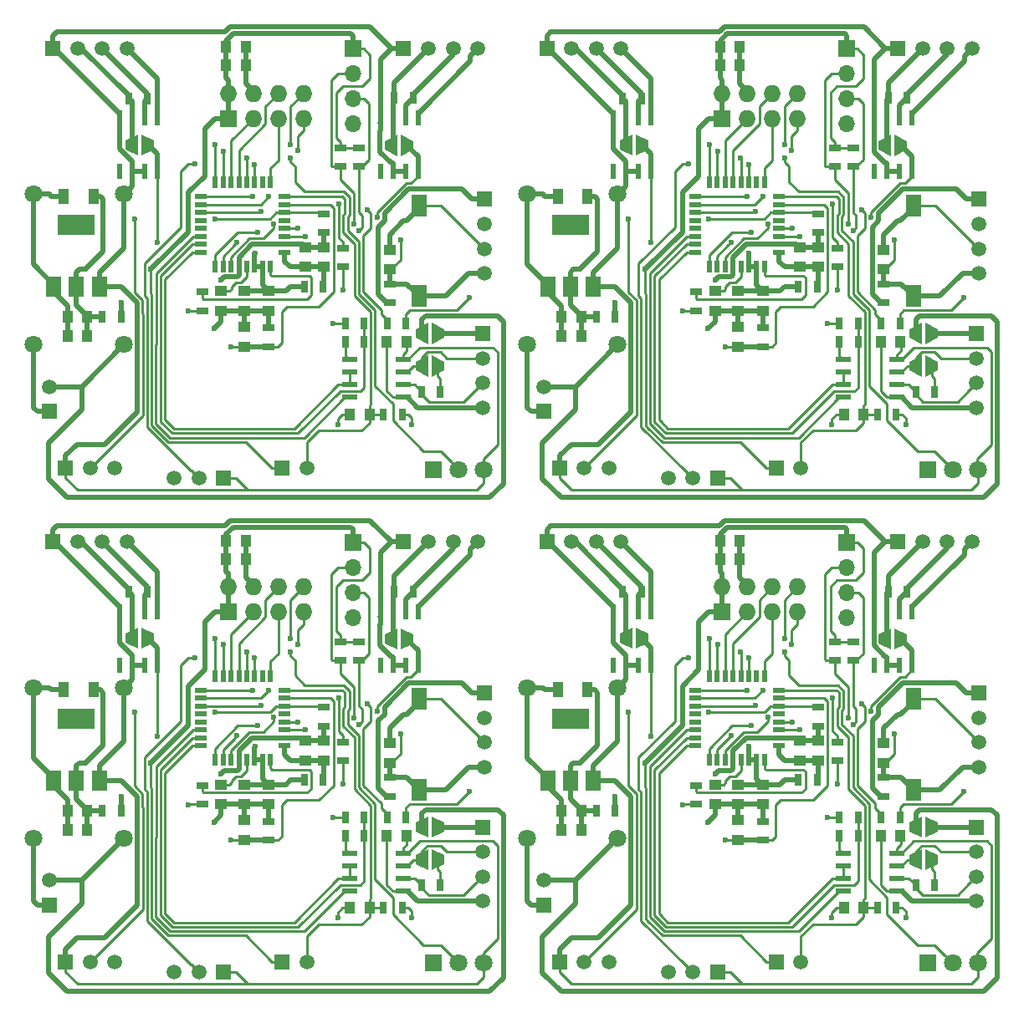
<source format=gtl>
G04 #@! TF.FileFunction,Copper,L1,Top,Signal*
%FSLAX46Y46*%
G04 Gerber Fmt 4.6, Leading zero omitted, Abs format (unit mm)*
G04 Created by KiCad (PCBNEW 4.0.2-stable) date 12/4/2017 3:47:33 PM*
%MOMM*%
G01*
G04 APERTURE LIST*
%ADD10C,0.100000*%
%ADD11C,1.800000*%
%ADD12R,1.800000X1.800000*%
%ADD13R,1.300000X0.700000*%
%ADD14R,1.250000X1.000000*%
%ADD15R,1.500000X1.500000*%
%ADD16C,1.500000*%
%ADD17R,1.600000X2.180000*%
%ADD18R,0.700000X1.300000*%
%ADD19R,0.600000X1.550000*%
%ADD20R,1.000000X1.250000*%
%ADD21R,1.550000X0.600000*%
%ADD22R,1.700000X1.700000*%
%ADD23O,1.700000X1.700000*%
%ADD24R,1.727200X1.727200*%
%ADD25O,1.727200X1.727200*%
%ADD26R,0.600000X1.200000*%
%ADD27R,1.200000X0.600000*%
%ADD28R,1.000000X1.600000*%
%ADD29R,3.800000X2.000000*%
%ADD30R,1.500000X2.000000*%
%ADD31C,0.600000*%
%ADD32C,0.500000*%
%ADD33C,0.250000*%
G04 APERTURE END LIST*
D10*
D11*
X164495500Y-146014500D03*
D12*
X161955500Y-146014500D03*
D11*
X167035500Y-146014500D03*
X114495500Y-146014500D03*
D12*
X111955500Y-146014500D03*
D11*
X117035500Y-146014500D03*
D13*
X152811500Y-123601500D03*
X152811500Y-125501500D03*
D14*
X157510500Y-125742000D03*
X157510500Y-123742000D03*
D15*
X167099000Y-118646000D03*
D16*
X167099000Y-121146000D03*
X167099000Y-123646000D03*
X167099000Y-126146000D03*
D17*
X160492680Y-128455430D03*
X160497320Y-119250570D03*
D13*
X157510500Y-129121000D03*
X157510500Y-127221000D03*
X150843000Y-120109000D03*
X150843000Y-122009000D03*
D18*
X131097000Y-108422500D03*
X132997000Y-108422500D03*
D15*
X123411000Y-103342500D03*
D16*
X125911000Y-103342500D03*
X128411000Y-103342500D03*
X130911000Y-103342500D03*
D10*
G36*
X132072500Y-112059500D02*
X132072500Y-114183500D01*
X130802500Y-113583500D01*
X130802500Y-112659500D01*
X132072500Y-112059500D01*
X132072500Y-112059500D01*
G37*
G36*
X133672500Y-112659500D02*
X133672500Y-113583500D01*
X132402500Y-114183500D01*
X132402500Y-112059500D01*
X133672500Y-112659500D01*
X133672500Y-112659500D01*
G37*
D19*
X130142000Y-115821500D03*
X131412000Y-115821500D03*
X132682000Y-115821500D03*
X133952000Y-115821500D03*
X133952000Y-110421500D03*
X132682000Y-110421500D03*
X131412000Y-110421500D03*
X130142000Y-110421500D03*
D13*
X138524000Y-128044000D03*
X138524000Y-129944000D03*
D15*
X124697500Y-145887500D03*
D16*
X127197500Y-145887500D03*
X129697500Y-145887500D03*
D15*
X146628500Y-145887500D03*
D16*
X149128500Y-145887500D03*
D15*
X123093500Y-140132500D03*
D16*
X123093500Y-137632500D03*
D14*
X140429000Y-127933000D03*
X140429000Y-129933000D03*
D15*
X140683000Y-146903500D03*
D16*
X138183000Y-146903500D03*
X135683000Y-146903500D03*
D20*
X159209000Y-133124000D03*
X157209000Y-133124000D03*
X155462500Y-140426500D03*
X153462500Y-140426500D03*
D18*
X154907000Y-131219000D03*
X153007000Y-131219000D03*
X153004500Y-133124000D03*
X154904500Y-133124000D03*
X157259000Y-131219000D03*
X159159000Y-131219000D03*
X156880500Y-140426500D03*
X158780500Y-140426500D03*
D21*
X153446500Y-134902000D03*
X153446500Y-136172000D03*
X153446500Y-137442000D03*
X153446500Y-138712000D03*
X158846500Y-138712000D03*
X158846500Y-137442000D03*
X158846500Y-136172000D03*
X158846500Y-134902000D03*
D15*
X166908500Y-132235000D03*
D16*
X166908500Y-134735000D03*
X166908500Y-137235000D03*
X166908500Y-139735000D03*
D10*
G36*
X161409500Y-134475000D02*
X161409500Y-136599000D01*
X160139500Y-135999000D01*
X160139500Y-135075000D01*
X161409500Y-134475000D01*
X161409500Y-134475000D01*
G37*
G36*
X163009500Y-135075000D02*
X163009500Y-135999000D01*
X161739500Y-136599000D01*
X161739500Y-134475000D01*
X163009500Y-135075000D01*
X163009500Y-135075000D01*
G37*
D18*
X162649000Y-138140500D03*
X160749000Y-138140500D03*
D10*
G36*
X161739500Y-133297000D02*
X161739500Y-131173000D01*
X163009500Y-131773000D01*
X163009500Y-132697000D01*
X161739500Y-133297000D01*
X161739500Y-133297000D01*
G37*
G36*
X160139500Y-132697000D02*
X160139500Y-131773000D01*
X161409500Y-131173000D01*
X161409500Y-133297000D01*
X160139500Y-132697000D01*
X160139500Y-132697000D01*
G37*
D20*
X140953000Y-105057000D03*
X142953000Y-105057000D03*
X140953000Y-103215500D03*
X142953000Y-103215500D03*
D18*
X157957500Y-108359000D03*
X159857500Y-108359000D03*
D22*
X153764000Y-103406000D03*
D23*
X153764000Y-105946000D03*
X153764000Y-108486000D03*
X153764000Y-111026000D03*
D24*
X141159000Y-110454500D03*
D25*
X141159000Y-107914500D03*
X143699000Y-110454500D03*
X143699000Y-107914500D03*
X146239000Y-110454500D03*
X146239000Y-107914500D03*
X148779000Y-110454500D03*
X148779000Y-107914500D03*
D13*
X152557500Y-113441500D03*
X152557500Y-115341500D03*
D19*
X156558000Y-115821500D03*
X157828000Y-115821500D03*
X159098000Y-115821500D03*
X160368000Y-115821500D03*
X160368000Y-110421500D03*
X159098000Y-110421500D03*
X157828000Y-110421500D03*
X156558000Y-110421500D03*
D15*
X158924000Y-103342500D03*
D16*
X161424000Y-103342500D03*
X163924000Y-103342500D03*
X166424000Y-103342500D03*
D10*
G36*
X158260000Y-112123000D02*
X158260000Y-114247000D01*
X156990000Y-113647000D01*
X156990000Y-112723000D01*
X158260000Y-112123000D01*
X158260000Y-112123000D01*
G37*
G36*
X159860000Y-112723000D02*
X159860000Y-113647000D01*
X158590000Y-114247000D01*
X158590000Y-112123000D01*
X159860000Y-112723000D01*
X159860000Y-112723000D01*
G37*
D13*
X154399000Y-113439000D03*
X154399000Y-115339000D03*
D26*
X139851500Y-125436000D03*
X140651500Y-125436000D03*
X141451500Y-125436000D03*
X142251500Y-125436000D03*
X143051500Y-125436000D03*
X143851500Y-125436000D03*
X144651500Y-125436000D03*
X145451500Y-125436000D03*
D27*
X146901500Y-123986000D03*
X146901500Y-123186000D03*
X146901500Y-122386000D03*
X146901500Y-121586000D03*
X146901500Y-120786000D03*
X146901500Y-119986000D03*
X146901500Y-119186000D03*
X146901500Y-118386000D03*
D26*
X145451500Y-116936000D03*
X144651500Y-116936000D03*
X143851500Y-116936000D03*
X143051500Y-116936000D03*
X142251500Y-116936000D03*
X141451500Y-116936000D03*
X140651500Y-116936000D03*
X139851500Y-116936000D03*
D27*
X138401500Y-118386000D03*
X138401500Y-119186000D03*
X138401500Y-119986000D03*
X138401500Y-120786000D03*
X138401500Y-121586000D03*
X138401500Y-122386000D03*
X138401500Y-123186000D03*
X138401500Y-123986000D03*
D13*
X145255000Y-133566000D03*
X145255000Y-131666000D03*
D14*
X149001500Y-125488000D03*
X149001500Y-123488000D03*
X142778500Y-127933000D03*
X142778500Y-129933000D03*
X150843000Y-125488000D03*
X150843000Y-123488000D03*
X145255000Y-127933000D03*
X145255000Y-129933000D03*
D18*
X148877000Y-127472500D03*
X150777000Y-127472500D03*
D14*
X142778500Y-133552500D03*
X142778500Y-131552500D03*
D15*
X96628500Y-145887500D03*
D16*
X99128500Y-145887500D03*
D13*
X95255000Y-133566000D03*
X95255000Y-131666000D03*
D14*
X92778500Y-133552500D03*
X92778500Y-131552500D03*
D15*
X73093500Y-140132500D03*
D16*
X73093500Y-137632500D03*
D15*
X90683000Y-146903500D03*
D16*
X88183000Y-146903500D03*
X85683000Y-146903500D03*
D15*
X74697500Y-145887500D03*
D16*
X77197500Y-145887500D03*
X79697500Y-145887500D03*
D18*
X78430000Y-130584000D03*
X80330000Y-130584000D03*
D24*
X91159000Y-110454500D03*
D25*
X91159000Y-107914500D03*
X93699000Y-110454500D03*
X93699000Y-107914500D03*
X96239000Y-110454500D03*
X96239000Y-107914500D03*
X98779000Y-110454500D03*
X98779000Y-107914500D03*
D20*
X90953000Y-105057000D03*
X92953000Y-105057000D03*
X90953000Y-103215500D03*
X92953000Y-103215500D03*
D15*
X73411000Y-103342500D03*
D16*
X75911000Y-103342500D03*
X78411000Y-103342500D03*
X80911000Y-103342500D03*
D10*
G36*
X82072500Y-112059500D02*
X82072500Y-114183500D01*
X80802500Y-113583500D01*
X80802500Y-112659500D01*
X82072500Y-112059500D01*
X82072500Y-112059500D01*
G37*
G36*
X83672500Y-112659500D02*
X83672500Y-113583500D01*
X82402500Y-114183500D01*
X82402500Y-112059500D01*
X83672500Y-112659500D01*
X83672500Y-112659500D01*
G37*
D19*
X80142000Y-115821500D03*
X81412000Y-115821500D03*
X82682000Y-115821500D03*
X83952000Y-115821500D03*
X83952000Y-110421500D03*
X82682000Y-110421500D03*
X81412000Y-110421500D03*
X80142000Y-110421500D03*
D18*
X81097000Y-108422500D03*
X82997000Y-108422500D03*
D28*
X77514500Y-118328500D03*
X74514500Y-118328500D03*
D20*
X76903500Y-130584000D03*
X74903500Y-130584000D03*
D29*
X75810000Y-121236000D03*
D30*
X75810000Y-127536000D03*
X78110000Y-127536000D03*
X73510000Y-127536000D03*
D20*
X76903500Y-132489000D03*
X74903500Y-132489000D03*
D11*
X80586500Y-133378000D03*
X71442500Y-133378000D03*
X71442500Y-118138000D03*
X80586500Y-118138000D03*
D13*
X88524000Y-128044000D03*
X88524000Y-129944000D03*
D14*
X90429000Y-127933000D03*
X90429000Y-129933000D03*
D26*
X89851500Y-125436000D03*
X90651500Y-125436000D03*
X91451500Y-125436000D03*
X92251500Y-125436000D03*
X93051500Y-125436000D03*
X93851500Y-125436000D03*
X94651500Y-125436000D03*
X95451500Y-125436000D03*
D27*
X96901500Y-123986000D03*
X96901500Y-123186000D03*
X96901500Y-122386000D03*
X96901500Y-121586000D03*
X96901500Y-120786000D03*
X96901500Y-119986000D03*
X96901500Y-119186000D03*
X96901500Y-118386000D03*
D26*
X95451500Y-116936000D03*
X94651500Y-116936000D03*
X93851500Y-116936000D03*
X93051500Y-116936000D03*
X92251500Y-116936000D03*
X91451500Y-116936000D03*
X90651500Y-116936000D03*
X89851500Y-116936000D03*
D27*
X88401500Y-118386000D03*
X88401500Y-119186000D03*
X88401500Y-119986000D03*
X88401500Y-120786000D03*
X88401500Y-121586000D03*
X88401500Y-122386000D03*
X88401500Y-123186000D03*
X88401500Y-123986000D03*
D14*
X92778500Y-127933000D03*
X92778500Y-129933000D03*
X95255000Y-127933000D03*
X95255000Y-129933000D03*
X99001500Y-125488000D03*
X99001500Y-123488000D03*
D18*
X98877000Y-127472500D03*
X100777000Y-127472500D03*
X128430000Y-130584000D03*
X130330000Y-130584000D03*
D11*
X130586500Y-133378000D03*
X121442500Y-133378000D03*
X121442500Y-118138000D03*
X130586500Y-118138000D03*
D29*
X125810000Y-121236000D03*
D30*
X125810000Y-127536000D03*
X128110000Y-127536000D03*
X123510000Y-127536000D03*
D28*
X127514500Y-118328500D03*
X124514500Y-118328500D03*
D20*
X126903500Y-130584000D03*
X124903500Y-130584000D03*
X126903500Y-132489000D03*
X124903500Y-132489000D03*
X105462500Y-140426500D03*
X103462500Y-140426500D03*
D21*
X103446500Y-134902000D03*
X103446500Y-136172000D03*
X103446500Y-137442000D03*
X103446500Y-138712000D03*
X108846500Y-138712000D03*
X108846500Y-137442000D03*
X108846500Y-136172000D03*
X108846500Y-134902000D03*
D20*
X109209000Y-133124000D03*
X107209000Y-133124000D03*
D18*
X103004500Y-133124000D03*
X104904500Y-133124000D03*
X107259000Y-131219000D03*
X109159000Y-131219000D03*
X106880500Y-140426500D03*
X108780500Y-140426500D03*
X104907000Y-131219000D03*
X103007000Y-131219000D03*
D10*
G36*
X111409500Y-134475000D02*
X111409500Y-136599000D01*
X110139500Y-135999000D01*
X110139500Y-135075000D01*
X111409500Y-134475000D01*
X111409500Y-134475000D01*
G37*
G36*
X113009500Y-135075000D02*
X113009500Y-135999000D01*
X111739500Y-136599000D01*
X111739500Y-134475000D01*
X113009500Y-135075000D01*
X113009500Y-135075000D01*
G37*
G36*
X111739500Y-133297000D02*
X111739500Y-131173000D01*
X113009500Y-131773000D01*
X113009500Y-132697000D01*
X111739500Y-133297000D01*
X111739500Y-133297000D01*
G37*
G36*
X110139500Y-132697000D02*
X110139500Y-131773000D01*
X111409500Y-131173000D01*
X111409500Y-133297000D01*
X110139500Y-132697000D01*
X110139500Y-132697000D01*
G37*
D18*
X112649000Y-138140500D03*
X110749000Y-138140500D03*
D15*
X116908500Y-132235000D03*
D16*
X116908500Y-134735000D03*
X116908500Y-137235000D03*
X116908500Y-139735000D03*
D17*
X110492680Y-128455430D03*
X110497320Y-119250570D03*
D15*
X117099000Y-118646000D03*
D16*
X117099000Y-121146000D03*
X117099000Y-123646000D03*
X117099000Y-126146000D03*
D14*
X107510500Y-125742000D03*
X107510500Y-123742000D03*
X100843000Y-125488000D03*
X100843000Y-123488000D03*
D13*
X100843000Y-120109000D03*
X100843000Y-122009000D03*
X102811500Y-123601500D03*
X102811500Y-125501500D03*
X107510500Y-129121000D03*
X107510500Y-127221000D03*
X102557500Y-113441500D03*
X102557500Y-115341500D03*
X104399000Y-113439000D03*
X104399000Y-115339000D03*
D22*
X103764000Y-103406000D03*
D23*
X103764000Y-105946000D03*
X103764000Y-108486000D03*
X103764000Y-111026000D03*
D19*
X106558000Y-115821500D03*
X107828000Y-115821500D03*
X109098000Y-115821500D03*
X110368000Y-115821500D03*
X110368000Y-110421500D03*
X109098000Y-110421500D03*
X107828000Y-110421500D03*
X106558000Y-110421500D03*
D18*
X107957500Y-108359000D03*
X109857500Y-108359000D03*
D15*
X108924000Y-103342500D03*
D16*
X111424000Y-103342500D03*
X113924000Y-103342500D03*
X116424000Y-103342500D03*
D10*
G36*
X108260000Y-112123000D02*
X108260000Y-114247000D01*
X106990000Y-113647000D01*
X106990000Y-112723000D01*
X108260000Y-112123000D01*
X108260000Y-112123000D01*
G37*
G36*
X109860000Y-112723000D02*
X109860000Y-113647000D01*
X108590000Y-114247000D01*
X108590000Y-112123000D01*
X109860000Y-112723000D01*
X109860000Y-112723000D01*
G37*
D11*
X164495500Y-96014500D03*
D12*
X161955500Y-96014500D03*
D11*
X167035500Y-96014500D03*
D18*
X154907000Y-81219000D03*
X153007000Y-81219000D03*
X153004500Y-83124000D03*
X154904500Y-83124000D03*
X157259000Y-81219000D03*
X159159000Y-81219000D03*
D20*
X159209000Y-83124000D03*
X157209000Y-83124000D03*
D21*
X153446500Y-84902000D03*
X153446500Y-86172000D03*
X153446500Y-87442000D03*
X153446500Y-88712000D03*
X158846500Y-88712000D03*
X158846500Y-87442000D03*
X158846500Y-86172000D03*
X158846500Y-84902000D03*
D20*
X155462500Y-90426500D03*
X153462500Y-90426500D03*
D18*
X156880500Y-90426500D03*
X158780500Y-90426500D03*
D15*
X166908500Y-82235000D03*
D16*
X166908500Y-84735000D03*
X166908500Y-87235000D03*
X166908500Y-89735000D03*
D18*
X162649000Y-88140500D03*
X160749000Y-88140500D03*
D10*
G36*
X161739500Y-83297000D02*
X161739500Y-81173000D01*
X163009500Y-81773000D01*
X163009500Y-82697000D01*
X161739500Y-83297000D01*
X161739500Y-83297000D01*
G37*
G36*
X160139500Y-82697000D02*
X160139500Y-81773000D01*
X161409500Y-81173000D01*
X161409500Y-83297000D01*
X160139500Y-82697000D01*
X160139500Y-82697000D01*
G37*
G36*
X161409500Y-84475000D02*
X161409500Y-86599000D01*
X160139500Y-85999000D01*
X160139500Y-85075000D01*
X161409500Y-84475000D01*
X161409500Y-84475000D01*
G37*
G36*
X163009500Y-85075000D02*
X163009500Y-85999000D01*
X161739500Y-86599000D01*
X161739500Y-84475000D01*
X163009500Y-85075000D01*
X163009500Y-85075000D01*
G37*
D15*
X146628500Y-95887500D03*
D16*
X149128500Y-95887500D03*
D14*
X142778500Y-83552500D03*
X142778500Y-81552500D03*
D13*
X145255000Y-83566000D03*
X145255000Y-81666000D03*
X152811500Y-73601500D03*
X152811500Y-75501500D03*
D17*
X160492680Y-78455430D03*
X160497320Y-69250570D03*
D13*
X157510500Y-79121000D03*
X157510500Y-77221000D03*
X154399000Y-63439000D03*
X154399000Y-65339000D03*
D14*
X157510500Y-75742000D03*
X157510500Y-73742000D03*
D15*
X167099000Y-68646000D03*
D16*
X167099000Y-71146000D03*
X167099000Y-73646000D03*
X167099000Y-76146000D03*
D10*
G36*
X158260000Y-62123000D02*
X158260000Y-64247000D01*
X156990000Y-63647000D01*
X156990000Y-62723000D01*
X158260000Y-62123000D01*
X158260000Y-62123000D01*
G37*
G36*
X159860000Y-62723000D02*
X159860000Y-63647000D01*
X158590000Y-64247000D01*
X158590000Y-62123000D01*
X159860000Y-62723000D01*
X159860000Y-62723000D01*
G37*
D19*
X156558000Y-65821500D03*
X157828000Y-65821500D03*
X159098000Y-65821500D03*
X160368000Y-65821500D03*
X160368000Y-60421500D03*
X159098000Y-60421500D03*
X157828000Y-60421500D03*
X156558000Y-60421500D03*
D22*
X153764000Y-53406000D03*
D23*
X153764000Y-55946000D03*
X153764000Y-58486000D03*
X153764000Y-61026000D03*
D13*
X152557500Y-63441500D03*
X152557500Y-65341500D03*
D15*
X158924000Y-53342500D03*
D16*
X161424000Y-53342500D03*
X163924000Y-53342500D03*
X166424000Y-53342500D03*
D18*
X157957500Y-58359000D03*
X159857500Y-58359000D03*
X128430000Y-80584000D03*
X130330000Y-80584000D03*
D15*
X124697500Y-95887500D03*
D16*
X127197500Y-95887500D03*
X129697500Y-95887500D03*
D15*
X140683000Y-96903500D03*
D16*
X138183000Y-96903500D03*
X135683000Y-96903500D03*
D15*
X123093500Y-90132500D03*
D16*
X123093500Y-87632500D03*
D20*
X126903500Y-82489000D03*
X124903500Y-82489000D03*
D11*
X130586500Y-83378000D03*
X121442500Y-83378000D03*
X121442500Y-68138000D03*
X130586500Y-68138000D03*
D29*
X125810000Y-71236000D03*
D30*
X125810000Y-77536000D03*
X128110000Y-77536000D03*
X123510000Y-77536000D03*
D14*
X140429000Y-77933000D03*
X140429000Y-79933000D03*
D28*
X127514500Y-68328500D03*
X124514500Y-68328500D03*
D13*
X138524000Y-78044000D03*
X138524000Y-79944000D03*
D14*
X142778500Y-77933000D03*
X142778500Y-79933000D03*
D20*
X126903500Y-80584000D03*
X124903500Y-80584000D03*
D14*
X145255000Y-77933000D03*
X145255000Y-79933000D03*
D19*
X130142000Y-65821500D03*
X131412000Y-65821500D03*
X132682000Y-65821500D03*
X133952000Y-65821500D03*
X133952000Y-60421500D03*
X132682000Y-60421500D03*
X131412000Y-60421500D03*
X130142000Y-60421500D03*
D10*
G36*
X132072500Y-62059500D02*
X132072500Y-64183500D01*
X130802500Y-63583500D01*
X130802500Y-62659500D01*
X132072500Y-62059500D01*
X132072500Y-62059500D01*
G37*
G36*
X133672500Y-62659500D02*
X133672500Y-63583500D01*
X132402500Y-64183500D01*
X132402500Y-62059500D01*
X133672500Y-62659500D01*
X133672500Y-62659500D01*
G37*
D15*
X123411000Y-53342500D03*
D16*
X125911000Y-53342500D03*
X128411000Y-53342500D03*
X130911000Y-53342500D03*
D18*
X131097000Y-58422500D03*
X132997000Y-58422500D03*
D14*
X149001500Y-75488000D03*
X149001500Y-73488000D03*
X150843000Y-75488000D03*
X150843000Y-73488000D03*
D26*
X139851500Y-75436000D03*
X140651500Y-75436000D03*
X141451500Y-75436000D03*
X142251500Y-75436000D03*
X143051500Y-75436000D03*
X143851500Y-75436000D03*
X144651500Y-75436000D03*
X145451500Y-75436000D03*
D27*
X146901500Y-73986000D03*
X146901500Y-73186000D03*
X146901500Y-72386000D03*
X146901500Y-71586000D03*
X146901500Y-70786000D03*
X146901500Y-69986000D03*
X146901500Y-69186000D03*
X146901500Y-68386000D03*
D26*
X145451500Y-66936000D03*
X144651500Y-66936000D03*
X143851500Y-66936000D03*
X143051500Y-66936000D03*
X142251500Y-66936000D03*
X141451500Y-66936000D03*
X140651500Y-66936000D03*
X139851500Y-66936000D03*
D27*
X138401500Y-68386000D03*
X138401500Y-69186000D03*
X138401500Y-69986000D03*
X138401500Y-70786000D03*
X138401500Y-71586000D03*
X138401500Y-72386000D03*
X138401500Y-73186000D03*
X138401500Y-73986000D03*
D20*
X140953000Y-53215500D03*
X142953000Y-53215500D03*
X140953000Y-55057000D03*
X142953000Y-55057000D03*
D18*
X148877000Y-77472500D03*
X150777000Y-77472500D03*
D24*
X141159000Y-60454500D03*
D25*
X141159000Y-57914500D03*
X143699000Y-60454500D03*
X143699000Y-57914500D03*
X146239000Y-60454500D03*
X146239000Y-57914500D03*
X148779000Y-60454500D03*
X148779000Y-57914500D03*
D13*
X150843000Y-70109000D03*
X150843000Y-72009000D03*
D14*
X90429000Y-77933000D03*
X90429000Y-79933000D03*
D20*
X90953000Y-55057000D03*
X92953000Y-55057000D03*
X90953000Y-53215500D03*
X92953000Y-53215500D03*
D14*
X92778500Y-77933000D03*
X92778500Y-79933000D03*
X95255000Y-77933000D03*
X95255000Y-79933000D03*
D20*
X105462500Y-90426500D03*
X103462500Y-90426500D03*
D14*
X92778500Y-83552500D03*
X92778500Y-81552500D03*
X107510500Y-75742000D03*
X107510500Y-73742000D03*
X99001500Y-75488000D03*
X99001500Y-73488000D03*
X100843000Y-75488000D03*
X100843000Y-73488000D03*
D20*
X76903500Y-80584000D03*
X74903500Y-80584000D03*
X76903500Y-82489000D03*
X74903500Y-82489000D03*
D10*
G36*
X111739500Y-83297000D02*
X111739500Y-81173000D01*
X113009500Y-81773000D01*
X113009500Y-82697000D01*
X111739500Y-83297000D01*
X111739500Y-83297000D01*
G37*
G36*
X110139500Y-82697000D02*
X110139500Y-81773000D01*
X111409500Y-81173000D01*
X111409500Y-83297000D01*
X110139500Y-82697000D01*
X110139500Y-82697000D01*
G37*
G36*
X111409500Y-84475000D02*
X111409500Y-86599000D01*
X110139500Y-85999000D01*
X110139500Y-85075000D01*
X111409500Y-84475000D01*
X111409500Y-84475000D01*
G37*
G36*
X113009500Y-85075000D02*
X113009500Y-85999000D01*
X111739500Y-86599000D01*
X111739500Y-84475000D01*
X113009500Y-85075000D01*
X113009500Y-85075000D01*
G37*
G36*
X82072500Y-62059500D02*
X82072500Y-64183500D01*
X80802500Y-63583500D01*
X80802500Y-62659500D01*
X82072500Y-62059500D01*
X82072500Y-62059500D01*
G37*
G36*
X83672500Y-62659500D02*
X83672500Y-63583500D01*
X82402500Y-64183500D01*
X82402500Y-62059500D01*
X83672500Y-62659500D01*
X83672500Y-62659500D01*
G37*
G36*
X108260000Y-62123000D02*
X108260000Y-64247000D01*
X106990000Y-63647000D01*
X106990000Y-62723000D01*
X108260000Y-62123000D01*
X108260000Y-62123000D01*
G37*
G36*
X109860000Y-62723000D02*
X109860000Y-63647000D01*
X108590000Y-64247000D01*
X108590000Y-62123000D01*
X109860000Y-62723000D01*
X109860000Y-62723000D01*
G37*
D18*
X106880500Y-90426500D03*
X108780500Y-90426500D03*
X112649000Y-88140500D03*
X110749000Y-88140500D03*
D13*
X95255000Y-83566000D03*
X95255000Y-81666000D03*
D18*
X103004500Y-83124000D03*
X104904500Y-83124000D03*
X104907000Y-81219000D03*
X103007000Y-81219000D03*
X81097000Y-58422500D03*
X82997000Y-58422500D03*
D13*
X107510500Y-79121000D03*
X107510500Y-77221000D03*
D18*
X98877000Y-77472500D03*
X100777000Y-77472500D03*
X78430000Y-80584000D03*
X80330000Y-80584000D03*
D13*
X88524000Y-78044000D03*
X88524000Y-79944000D03*
X102811500Y-73601500D03*
X102811500Y-75501500D03*
D18*
X107259000Y-81219000D03*
X109159000Y-81219000D03*
X107957500Y-58359000D03*
X109857500Y-58359000D03*
D13*
X100843000Y-70109000D03*
X100843000Y-72009000D03*
D17*
X110492680Y-78455430D03*
X110497320Y-69250570D03*
D26*
X89851500Y-75436000D03*
X90651500Y-75436000D03*
X91451500Y-75436000D03*
X92251500Y-75436000D03*
X93051500Y-75436000D03*
X93851500Y-75436000D03*
X94651500Y-75436000D03*
X95451500Y-75436000D03*
D27*
X96901500Y-73986000D03*
X96901500Y-73186000D03*
X96901500Y-72386000D03*
X96901500Y-71586000D03*
X96901500Y-70786000D03*
X96901500Y-69986000D03*
X96901500Y-69186000D03*
X96901500Y-68386000D03*
D26*
X95451500Y-66936000D03*
X94651500Y-66936000D03*
X93851500Y-66936000D03*
X93051500Y-66936000D03*
X92251500Y-66936000D03*
X91451500Y-66936000D03*
X90651500Y-66936000D03*
X89851500Y-66936000D03*
D27*
X88401500Y-68386000D03*
X88401500Y-69186000D03*
X88401500Y-69986000D03*
X88401500Y-70786000D03*
X88401500Y-71586000D03*
X88401500Y-72386000D03*
X88401500Y-73186000D03*
X88401500Y-73986000D03*
D21*
X103446500Y-84902000D03*
X103446500Y-86172000D03*
X103446500Y-87442000D03*
X103446500Y-88712000D03*
X108846500Y-88712000D03*
X108846500Y-87442000D03*
X108846500Y-86172000D03*
X108846500Y-84902000D03*
D19*
X80142000Y-65821500D03*
X81412000Y-65821500D03*
X82682000Y-65821500D03*
X83952000Y-65821500D03*
X83952000Y-60421500D03*
X82682000Y-60421500D03*
X81412000Y-60421500D03*
X80142000Y-60421500D03*
X106558000Y-65821500D03*
X107828000Y-65821500D03*
X109098000Y-65821500D03*
X110368000Y-65821500D03*
X110368000Y-60421500D03*
X109098000Y-60421500D03*
X107828000Y-60421500D03*
X106558000Y-60421500D03*
D29*
X75810000Y-71236000D03*
D30*
X75810000Y-77536000D03*
X78110000Y-77536000D03*
X73510000Y-77536000D03*
D22*
X103764000Y-53406000D03*
D23*
X103764000Y-55946000D03*
X103764000Y-58486000D03*
X103764000Y-61026000D03*
D13*
X104399000Y-63439000D03*
X104399000Y-65339000D03*
X102557500Y-63441500D03*
X102557500Y-65341500D03*
D28*
X77514500Y-68328500D03*
X74514500Y-68328500D03*
D11*
X114495500Y-96014500D03*
D12*
X111955500Y-96014500D03*
D11*
X117035500Y-96014500D03*
D20*
X109209000Y-83124000D03*
X107209000Y-83124000D03*
D15*
X117099000Y-68646000D03*
D16*
X117099000Y-71146000D03*
X117099000Y-73646000D03*
X117099000Y-76146000D03*
D15*
X116908500Y-82235000D03*
D16*
X116908500Y-84735000D03*
X116908500Y-87235000D03*
X116908500Y-89735000D03*
D15*
X73411000Y-53342500D03*
D16*
X75911000Y-53342500D03*
X78411000Y-53342500D03*
X80911000Y-53342500D03*
D15*
X108924000Y-53342500D03*
D16*
X111424000Y-53342500D03*
X113924000Y-53342500D03*
X116424000Y-53342500D03*
D15*
X96628500Y-95887500D03*
D16*
X99128500Y-95887500D03*
D15*
X73093500Y-90132500D03*
D16*
X73093500Y-87632500D03*
D15*
X90683000Y-96903500D03*
D16*
X88183000Y-96903500D03*
X85683000Y-96903500D03*
D15*
X74697500Y-95887500D03*
D16*
X77197500Y-95887500D03*
X79697500Y-95887500D03*
D11*
X80586500Y-83378000D03*
X71442500Y-83378000D03*
X71442500Y-68138000D03*
X80586500Y-68138000D03*
D24*
X91159000Y-60454500D03*
D25*
X91159000Y-57914500D03*
X93699000Y-60454500D03*
X93699000Y-57914500D03*
X96239000Y-60454500D03*
X96239000Y-57914500D03*
X98779000Y-60454500D03*
X98779000Y-57914500D03*
D31*
X101795500Y-131219000D03*
X109733000Y-141442500D03*
X102240000Y-141442500D03*
X89730500Y-131727000D03*
X90429000Y-126837500D03*
X152240000Y-141442500D03*
X159733000Y-141442500D03*
X151795500Y-131219000D03*
X139730500Y-131727000D03*
X140429000Y-126837500D03*
X151795500Y-81219000D03*
X159733000Y-91442500D03*
X152240000Y-91442500D03*
X139730500Y-81727000D03*
X140429000Y-76837500D03*
X102240000Y-91442500D03*
X109733000Y-91442500D03*
X101795500Y-81219000D03*
X89730500Y-81727000D03*
X90429000Y-76837500D03*
X106366186Y-126795798D03*
X83336543Y-125758000D03*
X76713000Y-125758000D03*
X96652000Y-127933000D03*
X93867833Y-124097020D03*
X156366186Y-126795798D03*
X126713000Y-125758000D03*
X133336543Y-125758000D03*
X146652000Y-127933000D03*
X143867833Y-124097020D03*
X156366186Y-76795798D03*
X143867833Y-74097020D03*
X133336543Y-75758000D03*
X126713000Y-75758000D03*
X146652000Y-77933000D03*
X106366186Y-76795798D03*
X83336543Y-75758000D03*
X93867833Y-74097020D03*
X76713000Y-75758000D03*
X96652000Y-77933000D03*
X91445000Y-133568500D03*
X141445000Y-133568500D03*
X141445000Y-83568500D03*
X91445000Y-83568500D03*
X108590000Y-122773500D03*
X94133643Y-121985969D03*
X144133643Y-121985969D03*
X158590000Y-122773500D03*
X158590000Y-72773500D03*
X144133643Y-71985969D03*
X94133643Y-71985969D03*
X108590000Y-72773500D03*
X80332500Y-129123500D03*
X130332500Y-129123500D03*
X130332500Y-79123500D03*
X80332500Y-79123500D03*
X87127000Y-129949000D03*
X137127000Y-129949000D03*
X137127000Y-79949000D03*
X87127000Y-79949000D03*
X102811500Y-127853500D03*
X152811500Y-127853500D03*
X152811500Y-77853500D03*
X102811500Y-77853500D03*
X165575000Y-128615500D03*
X115575000Y-128615500D03*
X165575000Y-78615500D03*
X115575000Y-78615500D03*
X83952000Y-123027500D03*
X92062951Y-122998449D03*
X133952000Y-123027500D03*
X142062951Y-122998449D03*
X142062951Y-72998449D03*
X133952000Y-73027500D03*
X92062951Y-72998449D03*
X83952000Y-73027500D03*
X106241542Y-120468328D03*
X95802133Y-121111384D03*
X145802133Y-121111384D03*
X156241542Y-120468328D03*
X156241542Y-70468328D03*
X145802133Y-71111384D03*
X106241542Y-70468328D03*
X95802133Y-71111384D03*
X95255000Y-118392000D03*
X145255000Y-118392000D03*
X145255000Y-68392000D03*
X95255000Y-68392000D03*
X93851500Y-115096500D03*
X87762000Y-115090000D03*
X137762000Y-115090000D03*
X143851500Y-115096500D03*
X137762000Y-65090000D03*
X143851500Y-65096500D03*
X87762000Y-65090000D03*
X93851500Y-65096500D03*
X97477500Y-114455000D03*
X93032500Y-114455000D03*
X143032500Y-114455000D03*
X147477500Y-114455000D03*
X143032500Y-64455000D03*
X147477500Y-64455000D03*
X93032500Y-64455000D03*
X97477500Y-64455000D03*
X81666000Y-120614500D03*
X89794000Y-120614500D03*
X131666000Y-120614500D03*
X139794000Y-120614500D03*
X139794000Y-70614500D03*
X131666000Y-70614500D03*
X81666000Y-70614500D03*
X89794000Y-70614500D03*
X102328429Y-119138287D03*
X93667500Y-118392000D03*
X143667500Y-118392000D03*
X152328429Y-119138287D03*
X143667500Y-68392000D03*
X152328429Y-69138287D03*
X102328429Y-69138287D03*
X93667500Y-68392000D03*
X105250557Y-119708581D03*
X94509290Y-119916000D03*
X144509290Y-119916000D03*
X155250557Y-119708581D03*
X144509290Y-69916000D03*
X155250557Y-69708581D03*
X105250557Y-69708581D03*
X94509290Y-69916000D03*
X98176000Y-113693000D03*
X90683000Y-113756500D03*
X140683000Y-113756500D03*
X148176000Y-113693000D03*
X140683000Y-63756500D03*
X148176000Y-63693000D03*
X90683000Y-63756500D03*
X98176000Y-63693000D03*
X97477500Y-113121500D03*
X89857500Y-113121500D03*
X139857500Y-113121500D03*
X147477500Y-113121500D03*
X139857500Y-63121500D03*
X147477500Y-63121500D03*
X89857500Y-63121500D03*
X97477500Y-63121500D03*
X104399000Y-121821000D03*
X98995000Y-122386000D03*
X148995000Y-122386000D03*
X154399000Y-121821000D03*
X154399000Y-71821000D03*
X148995000Y-72386000D03*
X104399000Y-71821000D03*
X98995000Y-72386000D03*
X103891000Y-121186000D03*
X98239500Y-121567000D03*
X148239500Y-121567000D03*
X153891000Y-121186000D03*
X153891000Y-71186000D03*
X148239500Y-71567000D03*
X103891000Y-71186000D03*
X98239500Y-71567000D03*
D32*
X140429000Y-127933000D02*
X140554000Y-127933000D01*
D33*
X141304000Y-127933000D02*
X140429000Y-127933000D01*
X141508500Y-127728500D02*
X141304000Y-127933000D01*
X141909998Y-127091500D02*
X141508500Y-127492998D01*
X141508500Y-127492998D02*
X141508500Y-127728500D01*
X143051500Y-126501000D02*
X142461000Y-127091500D01*
X143051500Y-125436000D02*
X143051500Y-126501000D01*
X142461000Y-127091500D02*
X141909998Y-127091500D01*
X93051500Y-125436000D02*
X93051500Y-126501000D01*
X93051500Y-126501000D02*
X92461000Y-127091500D01*
X91508500Y-127728500D02*
X91304000Y-127933000D01*
X91304000Y-127933000D02*
X90429000Y-127933000D01*
D32*
X90429000Y-127933000D02*
X90554000Y-127933000D01*
D33*
X91508500Y-127492998D02*
X91508500Y-127728500D01*
X91909998Y-127091500D02*
X91508500Y-127492998D01*
X92461000Y-127091500D02*
X91909998Y-127091500D01*
X141508500Y-77492998D02*
X141508500Y-77728500D01*
X143051500Y-75436000D02*
X143051500Y-76501000D01*
X143051500Y-76501000D02*
X142461000Y-77091500D01*
X142461000Y-77091500D02*
X141909998Y-77091500D01*
X141909998Y-77091500D02*
X141508500Y-77492998D01*
D32*
X140429000Y-77933000D02*
X140554000Y-77933000D01*
D33*
X141508500Y-77728500D02*
X141304000Y-77933000D01*
X141304000Y-77933000D02*
X140429000Y-77933000D01*
X93051500Y-75436000D02*
X93051500Y-76501000D01*
X93051500Y-76501000D02*
X92461000Y-77091500D01*
X92461000Y-77091500D02*
X91909998Y-77091500D01*
X91909998Y-77091500D02*
X91508500Y-77492998D01*
X91508500Y-77492998D02*
X91508500Y-77728500D01*
X91508500Y-77728500D02*
X91304000Y-77933000D01*
X91304000Y-77933000D02*
X90429000Y-77933000D01*
D32*
X90429000Y-77933000D02*
X90554000Y-77933000D01*
X160344500Y-139735000D02*
X159321500Y-138712000D01*
D33*
X159380500Y-140426500D02*
X159733000Y-140779000D01*
X159733000Y-140779000D02*
X159733000Y-141442500D01*
D32*
X166908500Y-139735000D02*
X160344500Y-139735000D01*
D33*
X153462500Y-140426500D02*
X152712500Y-140426500D01*
X152240000Y-140899000D02*
X152240000Y-141442500D01*
X153007000Y-131219000D02*
X152407000Y-131219000D01*
X152712500Y-140426500D02*
X152240000Y-140899000D01*
X152407000Y-131219000D02*
X151795500Y-131219000D01*
X157828000Y-138712000D02*
X158846500Y-138712000D01*
D32*
X159321500Y-138712000D02*
X158846500Y-138712000D01*
D33*
X157209000Y-138093000D02*
X157828000Y-138712000D01*
X158846500Y-140360500D02*
X158780500Y-140426500D01*
X158780500Y-140426500D02*
X159380500Y-140426500D01*
X157209000Y-133124000D02*
X157209000Y-138093000D01*
D32*
X123030000Y-118138000D02*
X123220500Y-118328500D01*
X121442500Y-118138000D02*
X123030000Y-118138000D01*
X121442500Y-119410792D02*
X121442500Y-118138000D01*
X123510000Y-127286000D02*
X121442500Y-125218500D01*
X121442500Y-125218500D02*
X121442500Y-119410792D01*
X123510000Y-127536000D02*
X123510000Y-127286000D01*
X123220500Y-118328500D02*
X124514500Y-118328500D01*
X124903500Y-129459000D02*
X123284000Y-127839500D01*
X124903500Y-130584000D02*
X124903500Y-129459000D01*
X124903500Y-132489000D02*
X124903500Y-130584000D01*
X140780499Y-126486001D02*
X140429000Y-126837500D01*
X142111501Y-126486001D02*
X140780499Y-126486001D01*
X145255000Y-131666000D02*
X145255000Y-129933000D01*
X142778500Y-129933000D02*
X142778500Y-131552500D01*
X140429000Y-129933000D02*
X142778500Y-129933000D01*
X140429000Y-131028500D02*
X139730500Y-131727000D01*
X140429000Y-129933000D02*
X140429000Y-131028500D01*
D33*
X117099000Y-123646000D02*
X112703570Y-119250570D01*
D32*
X108907320Y-120840570D02*
X109197320Y-120840570D01*
X109197320Y-120840570D02*
X110497320Y-119540570D01*
X110497320Y-119540570D02*
X110497320Y-119250570D01*
X130911000Y-103342500D02*
X133952000Y-106383500D01*
X133952000Y-106383500D02*
X133952000Y-110421500D01*
D33*
X112703570Y-119250570D02*
X110497320Y-119250570D01*
D32*
X115674001Y-104092499D02*
X116424000Y-103342500D01*
X110368000Y-109946500D02*
X115674001Y-104640499D01*
X115674001Y-104640499D02*
X115674001Y-104092499D01*
X142953000Y-106946000D02*
X142953000Y-105057000D01*
D33*
X142953000Y-105182000D02*
X142969000Y-105198000D01*
D32*
X142953000Y-103215500D02*
X142953000Y-105057000D01*
D33*
X142953000Y-105057000D02*
X142953000Y-105182000D01*
D32*
X146901500Y-123186000D02*
X143572500Y-123186000D01*
X143572500Y-123186000D02*
X142251500Y-124507000D01*
X142778500Y-129933000D02*
X145255000Y-129933000D01*
X142251500Y-124507000D02*
X142251500Y-125436000D01*
X142251500Y-126346002D02*
X142111501Y-126486001D01*
X142251500Y-125436000D02*
X142251500Y-126346002D01*
X149001500Y-123488000D02*
X148699500Y-123186000D01*
X148699500Y-123186000D02*
X146901500Y-123186000D01*
X143699000Y-107914500D02*
X143699000Y-107692000D01*
X143699000Y-107692000D02*
X142953000Y-106946000D01*
X157510500Y-123742000D02*
X157510500Y-122237390D01*
D33*
X167099000Y-123646000D02*
X162703570Y-119250570D01*
X162703570Y-119250570D02*
X160497320Y-119250570D01*
D32*
X159197320Y-120840570D02*
X160497320Y-119540570D01*
X158907320Y-120840570D02*
X159197320Y-120840570D01*
X157510500Y-122237390D02*
X158907320Y-120840570D01*
X150843000Y-122009000D02*
X150843000Y-123488000D01*
X150843000Y-123488000D02*
X149001500Y-123488000D01*
X160368000Y-110421500D02*
X160368000Y-109946500D01*
X160497320Y-119540570D02*
X160497320Y-119250570D01*
X165674001Y-104640499D02*
X165674001Y-104092499D01*
X160368000Y-109946500D02*
X165674001Y-104640499D01*
X165674001Y-104092499D02*
X166424000Y-103342500D01*
D33*
X107209000Y-133124000D02*
X107209000Y-138093000D01*
X107209000Y-138093000D02*
X107828000Y-138712000D01*
D32*
X116908500Y-139735000D02*
X110344500Y-139735000D01*
D33*
X107828000Y-138712000D02*
X108846500Y-138712000D01*
X108846500Y-140360500D02*
X108780500Y-140426500D01*
D32*
X110344500Y-139735000D02*
X109321500Y-138712000D01*
X109321500Y-138712000D02*
X108846500Y-138712000D01*
D33*
X109733000Y-140779000D02*
X109733000Y-141442500D01*
X108780500Y-140426500D02*
X109380500Y-140426500D01*
X109380500Y-140426500D02*
X109733000Y-140779000D01*
X103007000Y-131219000D02*
X102407000Y-131219000D01*
X102407000Y-131219000D02*
X101795500Y-131219000D01*
X102712500Y-140426500D02*
X102240000Y-140899000D01*
X103462500Y-140426500D02*
X102712500Y-140426500D01*
X102240000Y-140899000D02*
X102240000Y-141442500D01*
D32*
X95255000Y-131666000D02*
X95255000Y-129933000D01*
X90429000Y-131028500D02*
X89730500Y-131727000D01*
X92778500Y-129933000D02*
X92778500Y-131552500D01*
X90429000Y-129933000D02*
X92778500Y-129933000D01*
X90429000Y-129933000D02*
X90429000Y-131028500D01*
X74903500Y-130584000D02*
X74903500Y-129459000D01*
X74903500Y-132489000D02*
X74903500Y-130584000D01*
X96901500Y-123186000D02*
X93572500Y-123186000D01*
X92778500Y-129933000D02*
X95255000Y-129933000D01*
X92251500Y-125436000D02*
X92251500Y-126346002D01*
X92111501Y-126486001D02*
X90780499Y-126486001D01*
X92251500Y-126346002D02*
X92111501Y-126486001D01*
X90780499Y-126486001D02*
X90429000Y-126837500D01*
X92251500Y-124507000D02*
X92251500Y-125436000D01*
X93572500Y-123186000D02*
X92251500Y-124507000D01*
X100843000Y-122009000D02*
X100843000Y-123488000D01*
X100843000Y-123488000D02*
X99001500Y-123488000D01*
X98699500Y-123186000D02*
X96901500Y-123186000D01*
X99001500Y-123488000D02*
X98699500Y-123186000D01*
X73220500Y-118328500D02*
X74514500Y-118328500D01*
X71442500Y-118138000D02*
X73030000Y-118138000D01*
X73030000Y-118138000D02*
X73220500Y-118328500D01*
X71442500Y-119410792D02*
X71442500Y-118138000D01*
X73510000Y-127286000D02*
X71442500Y-125218500D01*
X74903500Y-129459000D02*
X73284000Y-127839500D01*
X73510000Y-127536000D02*
X73510000Y-127286000D01*
X71442500Y-125218500D02*
X71442500Y-119410792D01*
X107510500Y-123742000D02*
X107510500Y-122237390D01*
X107510500Y-122237390D02*
X108907320Y-120840570D01*
X83952000Y-106383500D02*
X83952000Y-110421500D01*
X80911000Y-103342500D02*
X83952000Y-106383500D01*
X110368000Y-110421500D02*
X110368000Y-109946500D01*
X92953000Y-103215500D02*
X92953000Y-105057000D01*
D33*
X92953000Y-105182000D02*
X92969000Y-105198000D01*
X92953000Y-105057000D02*
X92953000Y-105182000D01*
D32*
X93699000Y-107914500D02*
X93699000Y-107692000D01*
X93699000Y-107692000D02*
X92953000Y-106946000D01*
X92953000Y-106946000D02*
X92953000Y-105057000D01*
X145255000Y-81666000D02*
X145255000Y-79933000D01*
X142778500Y-79933000D02*
X145255000Y-79933000D01*
X142251500Y-75436000D02*
X142251500Y-76346002D01*
X142251500Y-76346002D02*
X142111501Y-76486001D01*
X140780499Y-76486001D02*
X140429000Y-76837500D01*
X142111501Y-76486001D02*
X140780499Y-76486001D01*
X142778500Y-79933000D02*
X142778500Y-81552500D01*
X140429000Y-79933000D02*
X142778500Y-79933000D01*
X140429000Y-81028500D02*
X139730500Y-81727000D01*
X140429000Y-79933000D02*
X140429000Y-81028500D01*
X123510000Y-77536000D02*
X123510000Y-77286000D01*
X124903500Y-82489000D02*
X124903500Y-80584000D01*
X124903500Y-80584000D02*
X124903500Y-79459000D01*
X133952000Y-56383500D02*
X133952000Y-60421500D01*
X130911000Y-53342500D02*
X133952000Y-56383500D01*
X142251500Y-74507000D02*
X142251500Y-75436000D01*
X143572500Y-73186000D02*
X142251500Y-74507000D01*
X146901500Y-73186000D02*
X143572500Y-73186000D01*
X149001500Y-73488000D02*
X148699500Y-73186000D01*
X148699500Y-73186000D02*
X146901500Y-73186000D01*
X143699000Y-57914500D02*
X143699000Y-57692000D01*
X143699000Y-57692000D02*
X142953000Y-56946000D01*
X142953000Y-53215500D02*
X142953000Y-55057000D01*
D33*
X142953000Y-55057000D02*
X142953000Y-55182000D01*
X142953000Y-55182000D02*
X142969000Y-55198000D01*
D32*
X142953000Y-56946000D02*
X142953000Y-55057000D01*
D33*
X167099000Y-73646000D02*
X162703570Y-69250570D01*
X158780500Y-90426500D02*
X159380500Y-90426500D01*
D32*
X166908500Y-89735000D02*
X160344500Y-89735000D01*
X159321500Y-88712000D02*
X158846500Y-88712000D01*
D33*
X158846500Y-90360500D02*
X158780500Y-90426500D01*
X159380500Y-90426500D02*
X159733000Y-90779000D01*
X157828000Y-88712000D02*
X158846500Y-88712000D01*
D32*
X160344500Y-89735000D02*
X159321500Y-88712000D01*
D33*
X159733000Y-90779000D02*
X159733000Y-91442500D01*
X152240000Y-90899000D02*
X152240000Y-91442500D01*
X152712500Y-90426500D02*
X152240000Y-90899000D01*
X153462500Y-90426500D02*
X152712500Y-90426500D01*
X157209000Y-88093000D02*
X157828000Y-88712000D01*
D32*
X121442500Y-75218500D02*
X121442500Y-69410792D01*
X121442500Y-69410792D02*
X121442500Y-68138000D01*
X124903500Y-79459000D02*
X123284000Y-77839500D01*
X121442500Y-68138000D02*
X123030000Y-68138000D01*
X123220500Y-68328500D02*
X124514500Y-68328500D01*
X123030000Y-68138000D02*
X123220500Y-68328500D01*
X123510000Y-77286000D02*
X121442500Y-75218500D01*
D33*
X157209000Y-83124000D02*
X157209000Y-88093000D01*
D32*
X157510500Y-72237390D02*
X158907320Y-70840570D01*
D33*
X162703570Y-69250570D02*
X160497320Y-69250570D01*
D32*
X160497320Y-69540570D02*
X160497320Y-69250570D01*
X159197320Y-70840570D02*
X160497320Y-69540570D01*
X158907320Y-70840570D02*
X159197320Y-70840570D01*
X157510500Y-73742000D02*
X157510500Y-72237390D01*
D33*
X152407000Y-81219000D02*
X151795500Y-81219000D01*
X153007000Y-81219000D02*
X152407000Y-81219000D01*
D32*
X150843000Y-73488000D02*
X149001500Y-73488000D01*
X150843000Y-72009000D02*
X150843000Y-73488000D01*
X165674001Y-54640499D02*
X165674001Y-54092499D01*
X160368000Y-59946500D02*
X165674001Y-54640499D01*
X165674001Y-54092499D02*
X166424000Y-53342500D01*
X160368000Y-60421500D02*
X160368000Y-59946500D01*
D33*
X107828000Y-88712000D02*
X108846500Y-88712000D01*
X107209000Y-88093000D02*
X107828000Y-88712000D01*
X107209000Y-83124000D02*
X107209000Y-88093000D01*
X102240000Y-90899000D02*
X102240000Y-91442500D01*
X103462500Y-90426500D02*
X102712500Y-90426500D01*
X102712500Y-90426500D02*
X102240000Y-90899000D01*
X109733000Y-90779000D02*
X109733000Y-91442500D01*
X108780500Y-90426500D02*
X109380500Y-90426500D01*
X109380500Y-90426500D02*
X109733000Y-90779000D01*
X108846500Y-90360500D02*
X108780500Y-90426500D01*
D32*
X116908500Y-89735000D02*
X110344500Y-89735000D01*
X109321500Y-88712000D02*
X108846500Y-88712000D01*
X110344500Y-89735000D02*
X109321500Y-88712000D01*
X73030000Y-68138000D02*
X73220500Y-68328500D01*
X73220500Y-68328500D02*
X74514500Y-68328500D01*
X71442500Y-68138000D02*
X73030000Y-68138000D01*
X107510500Y-72237390D02*
X108907320Y-70840570D01*
X110497320Y-69540570D02*
X110497320Y-69250570D01*
X109197320Y-70840570D02*
X110497320Y-69540570D01*
X108907320Y-70840570D02*
X109197320Y-70840570D01*
X107510500Y-73742000D02*
X107510500Y-72237390D01*
X93572500Y-73186000D02*
X92251500Y-74507000D01*
X92251500Y-74507000D02*
X92251500Y-75436000D01*
X96901500Y-73186000D02*
X93572500Y-73186000D01*
D33*
X102407000Y-81219000D02*
X101795500Y-81219000D01*
X103007000Y-81219000D02*
X102407000Y-81219000D01*
D32*
X90429000Y-81028500D02*
X89730500Y-81727000D01*
X90429000Y-79933000D02*
X90429000Y-81028500D01*
X90780499Y-76486001D02*
X90429000Y-76837500D01*
X92251500Y-75436000D02*
X92251500Y-76346002D01*
X92251500Y-76346002D02*
X92111501Y-76486001D01*
X92111501Y-76486001D02*
X90780499Y-76486001D01*
X73510000Y-77536000D02*
X73510000Y-77286000D01*
X73510000Y-77286000D02*
X71442500Y-75218500D01*
X71442500Y-75218500D02*
X71442500Y-69410792D01*
X71442500Y-69410792D02*
X71442500Y-68138000D01*
X93699000Y-57692000D02*
X92953000Y-56946000D01*
X92953000Y-56946000D02*
X92953000Y-55057000D01*
X93699000Y-57914500D02*
X93699000Y-57692000D01*
X92953000Y-53215500D02*
X92953000Y-55057000D01*
D33*
X117099000Y-73646000D02*
X112703570Y-69250570D01*
X112703570Y-69250570D02*
X110497320Y-69250570D01*
X92953000Y-55057000D02*
X92953000Y-55182000D01*
X92953000Y-55182000D02*
X92969000Y-55198000D01*
D32*
X110368000Y-60421500D02*
X110368000Y-59946500D01*
X110368000Y-59946500D02*
X115674001Y-54640499D01*
X115674001Y-54092499D02*
X116424000Y-53342500D01*
X115674001Y-54640499D02*
X115674001Y-54092499D01*
X80911000Y-53342500D02*
X83952000Y-56383500D01*
X83952000Y-56383500D02*
X83952000Y-60421500D01*
X100843000Y-72009000D02*
X100843000Y-73488000D01*
X99001500Y-73488000D02*
X98699500Y-73186000D01*
X98699500Y-73186000D02*
X96901500Y-73186000D01*
X100843000Y-73488000D02*
X99001500Y-73488000D01*
X95255000Y-81666000D02*
X95255000Y-79933000D01*
X92778500Y-79933000D02*
X92778500Y-81552500D01*
X92778500Y-79933000D02*
X95255000Y-79933000D01*
X90429000Y-79933000D02*
X92778500Y-79933000D01*
X74903500Y-80584000D02*
X74903500Y-79459000D01*
X74903500Y-79459000D02*
X73284000Y-77839500D01*
X74903500Y-82489000D02*
X74903500Y-80584000D01*
D33*
X133647200Y-141776933D02*
X135107300Y-143237033D01*
X142978033Y-143237033D02*
X145628500Y-145887500D01*
X135107300Y-143237033D02*
X142978033Y-143237033D01*
X145628500Y-145887500D02*
X146628500Y-145887500D01*
X133411530Y-141541263D02*
X133647200Y-141776933D01*
X133411529Y-141541262D02*
X133647200Y-141776933D01*
X133411530Y-133791470D02*
X133411530Y-141541263D01*
D32*
X128514500Y-123956500D02*
X128514500Y-118606000D01*
X128237000Y-118328500D02*
X127514500Y-118328500D01*
X128514500Y-118606000D02*
X128237000Y-118328500D01*
X125810000Y-127536000D02*
X125810000Y-126036000D01*
X126713000Y-125758000D02*
X128514500Y-123956500D01*
X125810000Y-126036000D02*
X126088000Y-125758000D01*
X126088000Y-125758000D02*
X126713000Y-125758000D01*
X125810000Y-129365500D02*
X125810000Y-127536000D01*
X126903500Y-130584000D02*
X126903500Y-130459000D01*
X126903500Y-130584000D02*
X128430000Y-130584000D01*
X126903500Y-132489000D02*
X126903500Y-130584000D01*
X126903500Y-130459000D02*
X125810000Y-129365500D01*
X133336543Y-125758000D02*
X137127000Y-121967543D01*
X137127000Y-121967543D02*
X137127000Y-117950498D01*
X137127000Y-117950498D02*
X138780998Y-116296500D01*
X115849000Y-118646000D02*
X117099000Y-118646000D01*
X109417888Y-117630000D02*
X114833000Y-117630000D01*
X114833000Y-117630000D02*
X115849000Y-118646000D01*
X139795400Y-110454500D02*
X141159000Y-110454500D01*
X138780998Y-111468902D02*
X139795400Y-110454500D01*
X138780998Y-116296500D02*
X138780998Y-111468902D01*
D33*
X133336543Y-128190543D02*
X133418600Y-128272600D01*
X133336543Y-125758000D02*
X133336543Y-128190543D01*
X133418600Y-128272600D02*
X133418600Y-133124001D01*
X133411533Y-133791467D02*
X133411530Y-133791470D01*
X133411533Y-133131068D02*
X133411533Y-133791467D01*
X133418600Y-133124001D02*
X133411533Y-133131068D01*
D32*
X140953000Y-106343000D02*
X140953000Y-105057000D01*
X141159000Y-107914500D02*
X141159000Y-106549000D01*
D33*
X140953000Y-107708500D02*
X141159000Y-107914500D01*
D32*
X141159000Y-106549000D02*
X140953000Y-106343000D01*
X153764000Y-102056000D02*
X153764000Y-103406000D01*
D33*
X154864000Y-103406000D02*
X153764000Y-103406000D01*
D32*
X153590000Y-101882000D02*
X153764000Y-102056000D01*
D33*
X154716500Y-107216000D02*
X155478500Y-106454000D01*
X155478500Y-106454000D02*
X155478500Y-104020500D01*
D32*
X140953000Y-103215500D02*
X140953000Y-105057000D01*
X140953000Y-103215500D02*
X140953000Y-102596500D01*
X140953000Y-102596500D02*
X141667500Y-101882000D01*
D33*
X155478500Y-104020500D02*
X154864000Y-103406000D01*
D32*
X141667500Y-101882000D02*
X153590000Y-101882000D01*
X143851500Y-125436000D02*
X143851500Y-124113353D01*
X144651500Y-125436000D02*
X143851500Y-125436000D01*
X143851500Y-124113353D02*
X143867833Y-124097020D01*
X142778500Y-127933000D02*
X145255000Y-127933000D01*
X145255000Y-127933000D02*
X144651500Y-127329500D01*
X147477500Y-127472500D02*
X147017000Y-127933000D01*
X147017000Y-127933000D02*
X146652000Y-127933000D01*
X144651500Y-127329500D02*
X144651500Y-125436000D01*
X146652000Y-127933000D02*
X145255000Y-127933000D01*
X141159000Y-110454500D02*
X141159000Y-107914500D01*
D33*
X152113000Y-107851000D02*
X152748000Y-107216000D01*
X152748000Y-107216000D02*
X154716500Y-107216000D01*
X152113000Y-112397000D02*
X152113000Y-107851000D01*
X152557500Y-113441500D02*
X152557500Y-112841500D01*
X152557500Y-112841500D02*
X152113000Y-112397000D01*
X154399000Y-113439000D02*
X152560000Y-113439000D01*
X152560000Y-113439000D02*
X152557500Y-113441500D01*
D32*
X156360500Y-128271000D02*
X157210500Y-129121000D01*
X157210500Y-129121000D02*
X157510500Y-129121000D01*
X156991543Y-120828329D02*
X156991543Y-120056345D01*
X156366186Y-121453686D02*
X156991543Y-120828329D01*
X156366186Y-128265314D02*
X156366186Y-126795798D01*
X156360500Y-128271000D02*
X156366186Y-128265314D01*
X148877000Y-127472500D02*
X147477500Y-127472500D01*
X156366186Y-126795798D02*
X156366186Y-121453686D01*
X156991543Y-120056345D02*
X159417888Y-117630000D01*
X165849000Y-118646000D02*
X167099000Y-118646000D01*
X164833000Y-117630000D02*
X165849000Y-118646000D01*
X159417888Y-117630000D02*
X164833000Y-117630000D01*
D33*
X83411530Y-141541263D02*
X83647200Y-141776933D01*
X83411529Y-141541262D02*
X83647200Y-141776933D01*
X83647200Y-141776933D02*
X85107300Y-143237033D01*
X83411530Y-133791470D02*
X83411530Y-141541263D01*
X83411533Y-133791467D02*
X83411530Y-133791470D01*
X85107300Y-143237033D02*
X92978033Y-143237033D01*
X83411533Y-133131068D02*
X83411533Y-133791467D01*
X83418600Y-133124001D02*
X83411533Y-133131068D01*
X95628500Y-145887500D02*
X96628500Y-145887500D01*
X83418600Y-128272600D02*
X83418600Y-133124001D01*
D32*
X106360500Y-128271000D02*
X106366186Y-128265314D01*
X106360500Y-128271000D02*
X107210500Y-129121000D01*
X107210500Y-129121000D02*
X107510500Y-129121000D01*
X106366186Y-128265314D02*
X106366186Y-126795798D01*
X76903500Y-132489000D02*
X76903500Y-130584000D01*
X76903500Y-130584000D02*
X78430000Y-130584000D01*
X76903500Y-130584000D02*
X76903500Y-130459000D01*
X76903500Y-130459000D02*
X75810000Y-129365500D01*
D33*
X92978033Y-143237033D02*
X95628500Y-145887500D01*
D32*
X93851500Y-124113353D02*
X93867833Y-124097020D01*
X94651500Y-125436000D02*
X93851500Y-125436000D01*
X94651500Y-127329500D02*
X94651500Y-125436000D01*
X97017000Y-127933000D02*
X96652000Y-127933000D01*
X97477500Y-127472500D02*
X97017000Y-127933000D01*
X96652000Y-127933000D02*
X95255000Y-127933000D01*
X95255000Y-127933000D02*
X94651500Y-127329500D01*
X92778500Y-127933000D02*
X95255000Y-127933000D01*
X93851500Y-125436000D02*
X93851500Y-124113353D01*
X98877000Y-127472500D02*
X97477500Y-127472500D01*
X87127000Y-121967543D02*
X87127000Y-117950498D01*
X87127000Y-117950498D02*
X88780998Y-116296500D01*
X83336543Y-125758000D02*
X87127000Y-121967543D01*
D33*
X83336543Y-128190543D02*
X83418600Y-128272600D01*
X83336543Y-125758000D02*
X83336543Y-128190543D01*
D32*
X75810000Y-129365500D02*
X75810000Y-127536000D01*
X75810000Y-127536000D02*
X75810000Y-126036000D01*
X76088000Y-125758000D02*
X76713000Y-125758000D01*
X75810000Y-126036000D02*
X76088000Y-125758000D01*
X78237000Y-118328500D02*
X77514500Y-118328500D01*
X78514500Y-123956500D02*
X78514500Y-118606000D01*
X78514500Y-118606000D02*
X78237000Y-118328500D01*
X76713000Y-125758000D02*
X78514500Y-123956500D01*
X106366186Y-121453686D02*
X106991543Y-120828329D01*
X106991543Y-120828329D02*
X106991543Y-120056345D01*
X106366186Y-126795798D02*
X106366186Y-121453686D01*
X106991543Y-120056345D02*
X109417888Y-117630000D01*
X88780998Y-116296500D02*
X88780998Y-111468902D01*
X89795400Y-110454500D02*
X91159000Y-110454500D01*
X88780998Y-111468902D02*
X89795400Y-110454500D01*
X103764000Y-102056000D02*
X103764000Y-103406000D01*
D33*
X105478500Y-104020500D02*
X104864000Y-103406000D01*
X104864000Y-103406000D02*
X103764000Y-103406000D01*
X104716500Y-107216000D02*
X105478500Y-106454000D01*
X105478500Y-106454000D02*
X105478500Y-104020500D01*
D32*
X91159000Y-110454500D02*
X91159000Y-107914500D01*
D33*
X104399000Y-113439000D02*
X102560000Y-113439000D01*
X102113000Y-107851000D02*
X102748000Y-107216000D01*
X102748000Y-107216000D02*
X104716500Y-107216000D01*
X102113000Y-112397000D02*
X102113000Y-107851000D01*
X102560000Y-113439000D02*
X102557500Y-113441500D01*
X102557500Y-112841500D02*
X102113000Y-112397000D01*
X102557500Y-113441500D02*
X102557500Y-112841500D01*
X90953000Y-107708500D02*
X91159000Y-107914500D01*
D32*
X90953000Y-106343000D02*
X90953000Y-105057000D01*
X91159000Y-107914500D02*
X91159000Y-106549000D01*
X91159000Y-106549000D02*
X90953000Y-106343000D01*
X103590000Y-101882000D02*
X103764000Y-102056000D01*
X91667500Y-101882000D02*
X103590000Y-101882000D01*
X90953000Y-102596500D02*
X91667500Y-101882000D01*
X90953000Y-103215500D02*
X90953000Y-102596500D01*
X90953000Y-103215500D02*
X90953000Y-105057000D01*
X147477500Y-77472500D02*
X147017000Y-77933000D01*
X146652000Y-77933000D02*
X145255000Y-77933000D01*
X148877000Y-77472500D02*
X147477500Y-77472500D01*
X147017000Y-77933000D02*
X146652000Y-77933000D01*
X142778500Y-77933000D02*
X145255000Y-77933000D01*
X144651500Y-75436000D02*
X143851500Y-75436000D01*
X144651500Y-77329500D02*
X144651500Y-75436000D01*
X145255000Y-77933000D02*
X144651500Y-77329500D01*
X133336543Y-75758000D02*
X137127000Y-71967543D01*
D33*
X133336543Y-78190543D02*
X133418600Y-78272600D01*
X133336543Y-75758000D02*
X133336543Y-78190543D01*
D32*
X126088000Y-75758000D02*
X126713000Y-75758000D01*
X125810000Y-76036000D02*
X126088000Y-75758000D01*
X125810000Y-77536000D02*
X125810000Y-76036000D01*
X125810000Y-79365500D02*
X125810000Y-77536000D01*
X128514500Y-73956500D02*
X128514500Y-68606000D01*
X126713000Y-75758000D02*
X128514500Y-73956500D01*
X128237000Y-68328500D02*
X127514500Y-68328500D01*
X126903500Y-80459000D02*
X125810000Y-79365500D01*
X126903500Y-80584000D02*
X126903500Y-80459000D01*
X126903500Y-80584000D02*
X128430000Y-80584000D01*
X126903500Y-82489000D02*
X126903500Y-80584000D01*
X137127000Y-71967543D02*
X137127000Y-67950498D01*
X128514500Y-68606000D02*
X128237000Y-68328500D01*
X140953000Y-52596500D02*
X141667500Y-51882000D01*
X140953000Y-53215500D02*
X140953000Y-52596500D01*
X137127000Y-67950498D02*
X138780998Y-66296500D01*
X143851500Y-75436000D02*
X143851500Y-74113353D01*
X143851500Y-74113353D02*
X143867833Y-74097020D01*
D33*
X140953000Y-57708500D02*
X141159000Y-57914500D01*
D32*
X140953000Y-56343000D02*
X140953000Y-55057000D01*
X141159000Y-57914500D02*
X141159000Y-56549000D01*
X141159000Y-56549000D02*
X140953000Y-56343000D01*
X140953000Y-53215500D02*
X140953000Y-55057000D01*
X138780998Y-66296500D02*
X138780998Y-61468902D01*
X138780998Y-61468902D02*
X139795400Y-60454500D01*
X141159000Y-60454500D02*
X141159000Y-57914500D01*
X139795400Y-60454500D02*
X141159000Y-60454500D01*
D33*
X133411533Y-83791467D02*
X133411530Y-83791470D01*
X133411530Y-83791470D02*
X133411530Y-91541263D01*
X133411530Y-91541263D02*
X133647200Y-91776933D01*
X133411529Y-91541262D02*
X133647200Y-91776933D01*
X133647200Y-91776933D02*
X135107300Y-93237033D01*
D32*
X165849000Y-68646000D02*
X167099000Y-68646000D01*
D33*
X133411533Y-83131068D02*
X133411533Y-83791467D01*
X133418600Y-78272600D02*
X133418600Y-83124001D01*
X133418600Y-83124001D02*
X133411533Y-83131068D01*
X145628500Y-95887500D02*
X146628500Y-95887500D01*
X135107300Y-93237033D02*
X142978033Y-93237033D01*
X142978033Y-93237033D02*
X145628500Y-95887500D01*
D32*
X156366186Y-71453686D02*
X156991543Y-70828329D01*
X156991543Y-70828329D02*
X156991543Y-70056345D01*
X156991543Y-70056345D02*
X159417888Y-67630000D01*
X159417888Y-67630000D02*
X164833000Y-67630000D01*
X164833000Y-67630000D02*
X165849000Y-68646000D01*
X156366186Y-78265314D02*
X156366186Y-76795798D01*
X156360500Y-78271000D02*
X156366186Y-78265314D01*
X156360500Y-78271000D02*
X157210500Y-79121000D01*
X157210500Y-79121000D02*
X157510500Y-79121000D01*
X156366186Y-76795798D02*
X156366186Y-71453686D01*
X153590000Y-51882000D02*
X153764000Y-52056000D01*
X141667500Y-51882000D02*
X153590000Y-51882000D01*
D33*
X154399000Y-63439000D02*
X152560000Y-63439000D01*
X152560000Y-63439000D02*
X152557500Y-63441500D01*
X152748000Y-57216000D02*
X154716500Y-57216000D01*
X155478500Y-56454000D02*
X155478500Y-54020500D01*
X152113000Y-57851000D02*
X152748000Y-57216000D01*
X154864000Y-53406000D02*
X153764000Y-53406000D01*
X155478500Y-54020500D02*
X154864000Y-53406000D01*
D32*
X153764000Y-52056000D02*
X153764000Y-53406000D01*
D33*
X152557500Y-63441500D02*
X152557500Y-62841500D01*
X154716500Y-57216000D02*
X155478500Y-56454000D01*
X152113000Y-62397000D02*
X152113000Y-57851000D01*
X152557500Y-62841500D02*
X152113000Y-62397000D01*
X83411529Y-91541262D02*
X83647200Y-91776933D01*
X83647200Y-91776933D02*
X85107300Y-93237033D01*
X83336543Y-78190543D02*
X83418600Y-78272600D01*
X83336543Y-75758000D02*
X83336543Y-78190543D01*
X83418600Y-78272600D02*
X83418600Y-83124001D01*
X83411533Y-83791467D02*
X83411530Y-83791470D01*
X83411530Y-91541263D02*
X83647200Y-91776933D01*
X83418600Y-83124001D02*
X83411533Y-83131068D01*
X83411533Y-83131068D02*
X83411533Y-83791467D01*
X83411530Y-83791470D02*
X83411530Y-91541263D01*
X92978033Y-93237033D02*
X95628500Y-95887500D01*
X95628500Y-95887500D02*
X96628500Y-95887500D01*
X85107300Y-93237033D02*
X92978033Y-93237033D01*
D32*
X76713000Y-75758000D02*
X78514500Y-73956500D01*
X78514500Y-73956500D02*
X78514500Y-68606000D01*
X78514500Y-68606000D02*
X78237000Y-68328500D01*
X78237000Y-68328500D02*
X77514500Y-68328500D01*
D33*
X102557500Y-63441500D02*
X102557500Y-62841500D01*
X102557500Y-62841500D02*
X102113000Y-62397000D01*
X102113000Y-62397000D02*
X102113000Y-57851000D01*
X105478500Y-54020500D02*
X104864000Y-53406000D01*
X102113000Y-57851000D02*
X102748000Y-57216000D01*
X105478500Y-56454000D02*
X105478500Y-54020500D01*
X102748000Y-57216000D02*
X104716500Y-57216000D01*
X104716500Y-57216000D02*
X105478500Y-56454000D01*
X104864000Y-53406000D02*
X103764000Y-53406000D01*
X104399000Y-63439000D02*
X102560000Y-63439000D01*
X102560000Y-63439000D02*
X102557500Y-63441500D01*
D32*
X90953000Y-53215500D02*
X90953000Y-52596500D01*
X90953000Y-52596500D02*
X91667500Y-51882000D01*
X91667500Y-51882000D02*
X103590000Y-51882000D01*
X103590000Y-51882000D02*
X103764000Y-52056000D01*
X103764000Y-52056000D02*
X103764000Y-53406000D01*
X114833000Y-67630000D02*
X115849000Y-68646000D01*
X106991543Y-70828329D02*
X106991543Y-70056345D01*
X115849000Y-68646000D02*
X117099000Y-68646000D01*
X106366186Y-71453686D02*
X106991543Y-70828329D01*
X109417888Y-67630000D02*
X114833000Y-67630000D01*
X106366186Y-76795798D02*
X106366186Y-71453686D01*
X106991543Y-70056345D02*
X109417888Y-67630000D01*
X106360500Y-78271000D02*
X106366186Y-78265314D01*
X106366186Y-78265314D02*
X106366186Y-76795798D01*
X91159000Y-56549000D02*
X90953000Y-56343000D01*
X90953000Y-56343000D02*
X90953000Y-55057000D01*
X91159000Y-57914500D02*
X91159000Y-56549000D01*
X90953000Y-53215500D02*
X90953000Y-55057000D01*
X91159000Y-60454500D02*
X91159000Y-57914500D01*
X88780998Y-66296500D02*
X88780998Y-61468902D01*
X88780998Y-61468902D02*
X89795400Y-60454500D01*
X89795400Y-60454500D02*
X91159000Y-60454500D01*
X87127000Y-71967543D02*
X87127000Y-67950498D01*
X87127000Y-67950498D02*
X88780998Y-66296500D01*
X83336543Y-75758000D02*
X87127000Y-71967543D01*
X93851500Y-74113353D02*
X93867833Y-74097020D01*
X93851500Y-75436000D02*
X93851500Y-74113353D01*
X76088000Y-75758000D02*
X76713000Y-75758000D01*
X75810000Y-77536000D02*
X75810000Y-76036000D01*
X75810000Y-76036000D02*
X76088000Y-75758000D01*
X107210500Y-79121000D02*
X107510500Y-79121000D01*
X106360500Y-78271000D02*
X107210500Y-79121000D01*
X98877000Y-77472500D02*
X97477500Y-77472500D01*
X97477500Y-77472500D02*
X97017000Y-77933000D01*
X97017000Y-77933000D02*
X96652000Y-77933000D01*
X96652000Y-77933000D02*
X95255000Y-77933000D01*
D33*
X90953000Y-57708500D02*
X91159000Y-57914500D01*
D32*
X94651500Y-75436000D02*
X93851500Y-75436000D01*
X92778500Y-77933000D02*
X95255000Y-77933000D01*
X95255000Y-77933000D02*
X94651500Y-77329500D01*
X94651500Y-77329500D02*
X94651500Y-75436000D01*
X76903500Y-80584000D02*
X78430000Y-80584000D01*
X76903500Y-80584000D02*
X76903500Y-80459000D01*
X75810000Y-79365500D02*
X75810000Y-77536000D01*
X76903500Y-80459000D02*
X75810000Y-79365500D01*
X76903500Y-82489000D02*
X76903500Y-80584000D01*
D33*
X150335000Y-142077500D02*
X149128500Y-143284000D01*
X149192000Y-145824000D02*
X149128500Y-145887500D01*
X149128500Y-143284000D02*
X149128500Y-145887500D01*
X155462500Y-141301500D02*
X154686500Y-142077500D01*
X154686500Y-142077500D02*
X150335000Y-142077500D01*
X155582001Y-130055322D02*
X155582001Y-139431999D01*
X155462500Y-139551500D02*
X155462500Y-140426500D01*
X155582001Y-139431999D02*
X155462500Y-139551500D01*
X155462500Y-140426500D02*
X156880500Y-140426500D01*
X155462500Y-140426500D02*
X155462500Y-141301500D01*
X153943478Y-128416800D02*
X155582001Y-130055322D01*
X152815988Y-120226190D02*
X152815988Y-122020986D01*
X152953431Y-120088747D02*
X152815988Y-120226190D01*
X152815988Y-122020986D02*
X153943478Y-123148475D01*
X153943478Y-123148475D02*
X153943478Y-128416800D01*
X151409911Y-118386000D02*
X147751500Y-118386000D01*
X147751500Y-118386000D02*
X146901500Y-118386000D01*
X152953431Y-118597431D02*
X152953431Y-120088747D01*
X152176500Y-118386489D02*
X152742489Y-118386489D01*
X152176500Y-118386489D02*
X151410400Y-118386489D01*
X151410400Y-118386489D02*
X151409911Y-118386000D01*
X152742489Y-118386489D02*
X152953431Y-118597431D01*
X152680400Y-118386489D02*
X152176500Y-118386489D01*
X104686500Y-142077500D02*
X100335000Y-142077500D01*
X99128500Y-143284000D02*
X99128500Y-145887500D01*
X99192000Y-145824000D02*
X99128500Y-145887500D01*
X100335000Y-142077500D02*
X99128500Y-143284000D01*
X105462500Y-139551500D02*
X105462500Y-140426500D01*
X105462500Y-141301500D02*
X104686500Y-142077500D01*
X105462500Y-140426500D02*
X106880500Y-140426500D01*
X105582001Y-139431999D02*
X105462500Y-139551500D01*
X105462500Y-140426500D02*
X105462500Y-141301500D01*
X103943478Y-128416800D02*
X105582001Y-130055322D01*
X105582001Y-130055322D02*
X105582001Y-139431999D01*
X97751500Y-118386000D02*
X96901500Y-118386000D01*
X102680400Y-118386489D02*
X102176500Y-118386489D01*
X102176500Y-118386489D02*
X101410400Y-118386489D01*
X102176500Y-118386489D02*
X102742489Y-118386489D01*
X101410400Y-118386489D02*
X101409911Y-118386000D01*
X101409911Y-118386000D02*
X97751500Y-118386000D01*
X102953431Y-118597431D02*
X102953431Y-120088747D01*
X102953431Y-120088747D02*
X102815988Y-120226190D01*
X102815988Y-120226190D02*
X102815988Y-122020986D01*
X102742489Y-118386489D02*
X102953431Y-118597431D01*
X103943478Y-123148475D02*
X103943478Y-128416800D01*
X102815988Y-122020986D02*
X103943478Y-123148475D01*
X147751500Y-68386000D02*
X146901500Y-68386000D01*
X149192000Y-95824000D02*
X149128500Y-95887500D01*
X154686500Y-92077500D02*
X150335000Y-92077500D01*
X150335000Y-92077500D02*
X149128500Y-93284000D01*
X155462500Y-91301500D02*
X154686500Y-92077500D01*
X149128500Y-93284000D02*
X149128500Y-95887500D01*
X155462500Y-89551500D02*
X155462500Y-90426500D01*
X155462500Y-90426500D02*
X156880500Y-90426500D01*
X155582001Y-89431999D02*
X155462500Y-89551500D01*
X155462500Y-90426500D02*
X155462500Y-91301500D01*
X155582001Y-80055322D02*
X155582001Y-89431999D01*
X152176500Y-68386489D02*
X152742489Y-68386489D01*
X152680400Y-68386489D02*
X152176500Y-68386489D01*
X152176500Y-68386489D02*
X151410400Y-68386489D01*
X151410400Y-68386489D02*
X151409911Y-68386000D01*
X151409911Y-68386000D02*
X147751500Y-68386000D01*
X153943478Y-78416800D02*
X155582001Y-80055322D01*
X153943478Y-73148475D02*
X153943478Y-78416800D01*
X152815988Y-70226190D02*
X152815988Y-72020986D01*
X152815988Y-72020986D02*
X153943478Y-73148475D01*
X152742489Y-68386489D02*
X152953431Y-68597431D01*
X152953431Y-70088747D02*
X152815988Y-70226190D01*
X152953431Y-68597431D02*
X152953431Y-70088747D01*
X105462500Y-89551500D02*
X105462500Y-90426500D01*
X105582001Y-89431999D02*
X105462500Y-89551500D01*
X103943478Y-78416800D02*
X105582001Y-80055322D01*
X103943478Y-73148475D02*
X103943478Y-78416800D01*
X102815988Y-72020986D02*
X103943478Y-73148475D01*
X102815988Y-70226190D02*
X102815988Y-72020986D01*
X102953431Y-70088747D02*
X102815988Y-70226190D01*
X105582001Y-80055322D02*
X105582001Y-89431999D01*
X102176500Y-68386489D02*
X102742489Y-68386489D01*
X102742489Y-68386489D02*
X102953431Y-68597431D01*
X102953431Y-68597431D02*
X102953431Y-70088747D01*
X105462500Y-90426500D02*
X105462500Y-91301500D01*
X105462500Y-91301500D02*
X104686500Y-92077500D01*
X104686500Y-92077500D02*
X100335000Y-92077500D01*
X100335000Y-92077500D02*
X99128500Y-93284000D01*
X99128500Y-93284000D02*
X99128500Y-95887500D01*
X105462500Y-90426500D02*
X106880500Y-90426500D01*
X102680400Y-68386489D02*
X102176500Y-68386489D01*
X102176500Y-68386489D02*
X101410400Y-68386489D01*
X97751500Y-68386000D02*
X96901500Y-68386000D01*
X101409911Y-68386000D02*
X97751500Y-68386000D01*
X101410400Y-68386489D02*
X101409911Y-68386000D01*
X99192000Y-95824000D02*
X99128500Y-95887500D01*
X146155000Y-133566000D02*
X145255000Y-133566000D01*
X146588500Y-133182502D02*
X146205002Y-133566000D01*
X146205002Y-133566000D02*
X146155000Y-133566000D01*
X146588500Y-130012500D02*
X146588500Y-133182502D01*
D32*
X145241500Y-133552500D02*
X145255000Y-133566000D01*
D33*
X141461000Y-133552500D02*
X141445000Y-133568500D01*
D32*
X142778500Y-133552500D02*
X145241500Y-133552500D01*
D33*
X142778500Y-133552500D02*
X141461000Y-133552500D01*
X150330002Y-129504500D02*
X147096500Y-129504500D01*
X147096500Y-129504500D02*
X146588500Y-130012500D01*
X151818001Y-128016501D02*
X150330002Y-129504500D01*
X151818001Y-119498999D02*
X151818001Y-128016501D01*
X146901500Y-119186000D02*
X151505002Y-119186000D01*
X151505002Y-119186000D02*
X151818001Y-119498999D01*
X96155000Y-133566000D02*
X95255000Y-133566000D01*
D32*
X95241500Y-133552500D02*
X95255000Y-133566000D01*
D33*
X96588500Y-130012500D02*
X96588500Y-133182502D01*
X96588500Y-133182502D02*
X96205002Y-133566000D01*
X96205002Y-133566000D02*
X96155000Y-133566000D01*
X91461000Y-133552500D02*
X91445000Y-133568500D01*
X92778500Y-133552500D02*
X91461000Y-133552500D01*
D32*
X92778500Y-133552500D02*
X95241500Y-133552500D01*
D33*
X97096500Y-129504500D02*
X96588500Y-130012500D01*
X100330002Y-129504500D02*
X97096500Y-129504500D01*
X101818001Y-128016501D02*
X100330002Y-129504500D01*
X101505002Y-119186000D02*
X101818001Y-119498999D01*
X96901500Y-119186000D02*
X101505002Y-119186000D01*
X101818001Y-119498999D02*
X101818001Y-128016501D01*
X147096500Y-79504500D02*
X146588500Y-80012500D01*
D32*
X145241500Y-83552500D02*
X145255000Y-83566000D01*
D33*
X146588500Y-80012500D02*
X146588500Y-83182502D01*
X146588500Y-83182502D02*
X146205002Y-83566000D01*
D32*
X142778500Y-83552500D02*
X145241500Y-83552500D01*
D33*
X146155000Y-83566000D02*
X145255000Y-83566000D01*
X146205002Y-83566000D02*
X146155000Y-83566000D01*
X141461000Y-83552500D02*
X141445000Y-83568500D01*
X142778500Y-83552500D02*
X141461000Y-83552500D01*
X151505002Y-69186000D02*
X151818001Y-69498999D01*
X150330002Y-79504500D02*
X147096500Y-79504500D01*
X151818001Y-78016501D02*
X150330002Y-79504500D01*
X146901500Y-69186000D02*
X151505002Y-69186000D01*
X151818001Y-69498999D02*
X151818001Y-78016501D01*
X96588500Y-83182502D02*
X96205002Y-83566000D01*
X101818001Y-69498999D02*
X101818001Y-78016501D01*
X96901500Y-69186000D02*
X101505002Y-69186000D01*
X96588500Y-80012500D02*
X96588500Y-83182502D01*
X96155000Y-83566000D02*
X95255000Y-83566000D01*
X97096500Y-79504500D02*
X96588500Y-80012500D01*
X96205002Y-83566000D02*
X96155000Y-83566000D01*
X101818001Y-78016501D02*
X100330002Y-79504500D01*
X101505002Y-69186000D02*
X101818001Y-69498999D01*
X100330002Y-79504500D02*
X97096500Y-79504500D01*
X92778500Y-83552500D02*
X91461000Y-83552500D01*
X91461000Y-83552500D02*
X91445000Y-83568500D01*
D32*
X92778500Y-83552500D02*
X95241500Y-83552500D01*
X95241500Y-83552500D02*
X95255000Y-83566000D01*
D33*
X139851500Y-124293500D02*
X142159031Y-121985969D01*
X139851500Y-125436000D02*
X139851500Y-124293500D01*
X107635500Y-125742000D02*
X108590000Y-124787500D01*
X108590000Y-124787500D02*
X108590000Y-123197764D01*
X108590000Y-123197764D02*
X108590000Y-122773500D01*
X107510500Y-125742000D02*
X107635500Y-125742000D01*
D32*
X117099000Y-126146000D02*
X115504500Y-126146000D01*
X109258250Y-127221000D02*
X110492680Y-128455430D01*
X113195070Y-128455430D02*
X110492680Y-128455430D01*
X115504500Y-126146000D02*
X113195070Y-128455430D01*
D33*
X143709379Y-121985969D02*
X144133643Y-121985969D01*
X142159031Y-121985969D02*
X143709379Y-121985969D01*
D32*
X159258250Y-127221000D02*
X160492680Y-128455430D01*
X157510500Y-127221000D02*
X159258250Y-127221000D01*
D33*
X157635500Y-125742000D02*
X158590000Y-124787500D01*
X157510500Y-125742000D02*
X157635500Y-125742000D01*
X158590000Y-123197764D02*
X158590000Y-122773500D01*
X158590000Y-124787500D02*
X158590000Y-123197764D01*
D32*
X157510500Y-127221000D02*
X157510500Y-125742000D01*
X167099000Y-126146000D02*
X165504500Y-126146000D01*
X165504500Y-126146000D02*
X163195070Y-128455430D01*
X163195070Y-128455430D02*
X160492680Y-128455430D01*
X107510500Y-127221000D02*
X107510500Y-125742000D01*
X107510500Y-127221000D02*
X109258250Y-127221000D01*
D33*
X93709379Y-121985969D02*
X94133643Y-121985969D01*
X89851500Y-125436000D02*
X89851500Y-124293500D01*
X89851500Y-124293500D02*
X92159031Y-121985969D01*
X92159031Y-121985969D02*
X93709379Y-121985969D01*
X139851500Y-75436000D02*
X139851500Y-74293500D01*
X142159031Y-71985969D02*
X143709379Y-71985969D01*
X139851500Y-74293500D02*
X142159031Y-71985969D01*
X143709379Y-71985969D02*
X144133643Y-71985969D01*
D32*
X167099000Y-76146000D02*
X165504500Y-76146000D01*
D33*
X157510500Y-75742000D02*
X157635500Y-75742000D01*
X157635500Y-75742000D02*
X158590000Y-74787500D01*
D32*
X157510500Y-77221000D02*
X159258250Y-77221000D01*
X157510500Y-77221000D02*
X157510500Y-75742000D01*
X159258250Y-77221000D02*
X160492680Y-78455430D01*
X163195070Y-78455430D02*
X160492680Y-78455430D01*
X165504500Y-76146000D02*
X163195070Y-78455430D01*
D33*
X158590000Y-73197764D02*
X158590000Y-72773500D01*
X158590000Y-74787500D02*
X158590000Y-73197764D01*
X93709379Y-71985969D02*
X94133643Y-71985969D01*
X89851500Y-74293500D02*
X92159031Y-71985969D01*
X89851500Y-75436000D02*
X89851500Y-74293500D01*
X92159031Y-71985969D02*
X93709379Y-71985969D01*
X107510500Y-75742000D02*
X107635500Y-75742000D01*
X107635500Y-75742000D02*
X108590000Y-74787500D01*
X108590000Y-74787500D02*
X108590000Y-73197764D01*
X108590000Y-73197764D02*
X108590000Y-72773500D01*
D32*
X107510500Y-77221000D02*
X109258250Y-77221000D01*
X109258250Y-77221000D02*
X110492680Y-78455430D01*
X107510500Y-77221000D02*
X107510500Y-75742000D01*
X115504500Y-76146000D02*
X113195070Y-78455430D01*
X113195070Y-78455430D02*
X110492680Y-78455430D01*
X117099000Y-76146000D02*
X115504500Y-76146000D01*
X147477500Y-125504000D02*
X146901500Y-124928000D01*
X146901500Y-124928000D02*
X146901500Y-123986000D01*
X150843000Y-127406500D02*
X150777000Y-127472500D01*
X150843000Y-125488000D02*
X150843000Y-127406500D01*
X149001500Y-125488000D02*
X148876500Y-125488000D01*
X148876500Y-125488000D02*
X148860500Y-125504000D01*
X148860500Y-125504000D02*
X147477500Y-125504000D01*
X150843000Y-125488000D02*
X149001500Y-125488000D01*
X100843000Y-125488000D02*
X99001500Y-125488000D01*
X100843000Y-125488000D02*
X100843000Y-127406500D01*
X100843000Y-127406500D02*
X100777000Y-127472500D01*
X97477500Y-125504000D02*
X96901500Y-124928000D01*
X96901500Y-124928000D02*
X96901500Y-123986000D01*
X98876500Y-125488000D02*
X98860500Y-125504000D01*
X98860500Y-125504000D02*
X97477500Y-125504000D01*
X99001500Y-125488000D02*
X98876500Y-125488000D01*
X149001500Y-75488000D02*
X148876500Y-75488000D01*
X148876500Y-75488000D02*
X148860500Y-75504000D01*
X148860500Y-75504000D02*
X147477500Y-75504000D01*
X147477500Y-75504000D02*
X146901500Y-74928000D01*
X146901500Y-74928000D02*
X146901500Y-73986000D01*
X150843000Y-77406500D02*
X150777000Y-77472500D01*
X150843000Y-75488000D02*
X149001500Y-75488000D01*
X150843000Y-75488000D02*
X150843000Y-77406500D01*
X100843000Y-75488000D02*
X100843000Y-77406500D01*
X100843000Y-77406500D02*
X100777000Y-77472500D01*
X97477500Y-75504000D02*
X96901500Y-74928000D01*
X96901500Y-74928000D02*
X96901500Y-73986000D01*
X98860500Y-75504000D02*
X97477500Y-75504000D01*
X99001500Y-75488000D02*
X98876500Y-75488000D01*
X98876500Y-75488000D02*
X98860500Y-75504000D01*
X100843000Y-75488000D02*
X99001500Y-75488000D01*
X130330000Y-130584000D02*
X130330000Y-129126000D01*
X130330000Y-129126000D02*
X130332500Y-129123500D01*
X80330000Y-130584000D02*
X80330000Y-129126000D01*
X80330000Y-129126000D02*
X80332500Y-129123500D01*
X130330000Y-79126000D02*
X130332500Y-79123500D01*
X130330000Y-80584000D02*
X130330000Y-79126000D01*
X80330000Y-80584000D02*
X80330000Y-79126000D01*
X80330000Y-79126000D02*
X80332500Y-79123500D01*
D33*
X138524000Y-129944000D02*
X137132000Y-129944000D01*
X137132000Y-129944000D02*
X137127000Y-129949000D01*
X88524000Y-129944000D02*
X87132000Y-129944000D01*
X87132000Y-129944000D02*
X87127000Y-129949000D01*
X138524000Y-79944000D02*
X137132000Y-79944000D01*
X137132000Y-79944000D02*
X137127000Y-79949000D01*
X88524000Y-79944000D02*
X87132000Y-79944000D01*
X87132000Y-79944000D02*
X87127000Y-79949000D01*
X152811500Y-125501500D02*
X152811500Y-127853500D01*
X102811500Y-125501500D02*
X102811500Y-127853500D01*
X152811500Y-75501500D02*
X152811500Y-77853500D01*
X102811500Y-75501500D02*
X102811500Y-77853500D01*
X159542500Y-129885500D02*
X159159000Y-130269000D01*
X159159000Y-130269000D02*
X159159000Y-131219000D01*
X114320069Y-129870431D02*
X110207569Y-129870431D01*
X115575000Y-128615500D02*
X114320069Y-129870431D01*
X109542500Y-129885500D02*
X109159000Y-130269000D01*
X109159000Y-130269000D02*
X109159000Y-131219000D01*
X110207569Y-129870431D02*
X110192500Y-129885500D01*
X110192500Y-129885500D02*
X109542500Y-129885500D01*
X160207569Y-129870431D02*
X160192500Y-129885500D01*
X160192500Y-129885500D02*
X159542500Y-129885500D01*
X164320069Y-129870431D02*
X160207569Y-129870431D01*
X165575000Y-128615500D02*
X164320069Y-129870431D01*
X160192500Y-79885500D02*
X159542500Y-79885500D01*
X159159000Y-80269000D02*
X159159000Y-81219000D01*
X159542500Y-79885500D02*
X159159000Y-80269000D01*
X160207569Y-79870431D02*
X160192500Y-79885500D01*
X164320069Y-79870431D02*
X160207569Y-79870431D01*
X165575000Y-78615500D02*
X164320069Y-79870431D01*
X115575000Y-78615500D02*
X114320069Y-79870431D01*
X114320069Y-79870431D02*
X110207569Y-79870431D01*
X110207569Y-79870431D02*
X110192500Y-79885500D01*
X110192500Y-79885500D02*
X109542500Y-79885500D01*
X109542500Y-79885500D02*
X109159000Y-80269000D01*
X109159000Y-80269000D02*
X109159000Y-81219000D01*
D32*
X164178000Y-132235000D02*
X162374500Y-132235000D01*
X166908500Y-132235000D02*
X164178000Y-132235000D01*
X116908500Y-132235000D02*
X114178000Y-132235000D01*
X114178000Y-132235000D02*
X112374500Y-132235000D01*
X166908500Y-82235000D02*
X164178000Y-82235000D01*
X164178000Y-82235000D02*
X162374500Y-82235000D01*
X114178000Y-82235000D02*
X112374500Y-82235000D01*
X116908500Y-82235000D02*
X114178000Y-82235000D01*
X169007511Y-147471489D02*
X169007511Y-131032011D01*
X167607000Y-148872000D02*
X169007511Y-147471489D01*
X168432500Y-130457000D02*
X161130000Y-130457000D01*
X160774500Y-130812500D02*
X160774500Y-132235000D01*
X161130000Y-130457000D02*
X160774500Y-130812500D01*
X169007511Y-131032011D02*
X168432500Y-130457000D01*
X126332000Y-139982000D02*
X122966500Y-143347500D01*
X122966500Y-146967000D02*
X124871500Y-148872000D01*
X122966500Y-143347500D02*
X122966500Y-146967000D01*
X124871500Y-148872000D02*
X167607000Y-148872000D01*
X126332000Y-137632500D02*
X126332000Y-139982000D01*
X126332000Y-137632500D02*
X130586500Y-133378000D01*
X123093500Y-137632500D02*
X126332000Y-137632500D01*
X119007511Y-131032011D02*
X118432500Y-130457000D01*
X118432500Y-130457000D02*
X111130000Y-130457000D01*
X110774500Y-130812500D02*
X110774500Y-132235000D01*
X111130000Y-130457000D02*
X110774500Y-130812500D01*
X74871500Y-148872000D02*
X117607000Y-148872000D01*
X72966500Y-143347500D02*
X72966500Y-146967000D01*
X72966500Y-146967000D02*
X74871500Y-148872000D01*
X73093500Y-137632500D02*
X76332000Y-137632500D01*
X76332000Y-137632500D02*
X76332000Y-139982000D01*
X76332000Y-139982000D02*
X72966500Y-143347500D01*
X76332000Y-137632500D02*
X80586500Y-133378000D01*
X117607000Y-148872000D02*
X119007511Y-147471489D01*
X119007511Y-147471489D02*
X119007511Y-131032011D01*
X126332000Y-87632500D02*
X126332000Y-89982000D01*
X126332000Y-89982000D02*
X122966500Y-93347500D01*
X123093500Y-87632500D02*
X126332000Y-87632500D01*
X122966500Y-96967000D02*
X124871500Y-98872000D01*
X122966500Y-93347500D02*
X122966500Y-96967000D01*
X168432500Y-80457000D02*
X161130000Y-80457000D01*
X126332000Y-87632500D02*
X130586500Y-83378000D01*
X169007511Y-97471489D02*
X169007511Y-81032011D01*
X124871500Y-98872000D02*
X167607000Y-98872000D01*
X169007511Y-81032011D02*
X168432500Y-80457000D01*
X167607000Y-98872000D02*
X169007511Y-97471489D01*
X161130000Y-80457000D02*
X160774500Y-80812500D01*
X160774500Y-80812500D02*
X160774500Y-82235000D01*
X76332000Y-87632500D02*
X76332000Y-89982000D01*
X119007511Y-97471489D02*
X119007511Y-81032011D01*
X76332000Y-89982000D02*
X72966500Y-93347500D01*
X118432500Y-80457000D02*
X111130000Y-80457000D01*
X72966500Y-93347500D02*
X72966500Y-96967000D01*
X72966500Y-96967000D02*
X74871500Y-98872000D01*
X74871500Y-98872000D02*
X117607000Y-98872000D01*
X117607000Y-98872000D02*
X119007511Y-97471489D01*
X111130000Y-80457000D02*
X110774500Y-80812500D01*
X119007511Y-81032011D02*
X118432500Y-80457000D01*
X110774500Y-80812500D02*
X110774500Y-82235000D01*
X73093500Y-87632500D02*
X76332000Y-87632500D01*
X76332000Y-87632500D02*
X80586500Y-83378000D01*
D33*
X162686099Y-134110010D02*
X161339490Y-134110010D01*
X166908500Y-134735000D02*
X163311089Y-134735000D01*
X163311089Y-134735000D02*
X162686099Y-134110010D01*
X159923500Y-135537000D02*
X160774500Y-135537000D01*
X159288500Y-136172000D02*
X159923500Y-135537000D01*
X161339490Y-134110010D02*
X160774500Y-134675000D01*
X160774500Y-134675000D02*
X160774500Y-135537000D01*
X158846500Y-136172000D02*
X159288500Y-136172000D01*
X113311089Y-134735000D02*
X112686099Y-134110010D01*
X112686099Y-134110010D02*
X111339490Y-134110010D01*
X111339490Y-134110010D02*
X110774500Y-134675000D01*
X110774500Y-134675000D02*
X110774500Y-135537000D01*
X116908500Y-134735000D02*
X113311089Y-134735000D01*
X108846500Y-136172000D02*
X109288500Y-136172000D01*
X109288500Y-136172000D02*
X109923500Y-135537000D01*
X109923500Y-135537000D02*
X110774500Y-135537000D01*
X158846500Y-86172000D02*
X159288500Y-86172000D01*
X159288500Y-86172000D02*
X159923500Y-85537000D01*
X160774500Y-84675000D02*
X160774500Y-85537000D01*
X159923500Y-85537000D02*
X160774500Y-85537000D01*
X161339490Y-84110010D02*
X160774500Y-84675000D01*
X162686099Y-84110010D02*
X161339490Y-84110010D01*
X166908500Y-84735000D02*
X163311089Y-84735000D01*
X163311089Y-84735000D02*
X162686099Y-84110010D01*
X110774500Y-84675000D02*
X110774500Y-85537000D01*
X111339490Y-84110010D02*
X110774500Y-84675000D01*
X113311089Y-84735000D02*
X112686099Y-84110010D01*
X116908500Y-84735000D02*
X113311089Y-84735000D01*
X112686099Y-84110010D02*
X111339490Y-84110010D01*
X108846500Y-86172000D02*
X109288500Y-86172000D01*
X109288500Y-86172000D02*
X109923500Y-85537000D01*
X109923500Y-85537000D02*
X110774500Y-85537000D01*
X162374500Y-135537000D02*
X162374500Y-136527500D01*
X162374500Y-136527500D02*
X162649000Y-136802000D01*
X162649000Y-136802000D02*
X162649000Y-138140500D01*
X112374500Y-135537000D02*
X112374500Y-136527500D01*
X112374500Y-136527500D02*
X112649000Y-136802000D01*
X112649000Y-136802000D02*
X112649000Y-138140500D01*
X162374500Y-86527500D02*
X162649000Y-86802000D01*
X162374500Y-85537000D02*
X162374500Y-86527500D01*
X162649000Y-86802000D02*
X162649000Y-88140500D01*
X112374500Y-86527500D02*
X112649000Y-86802000D01*
X112649000Y-86802000D02*
X112649000Y-88140500D01*
X112374500Y-85537000D02*
X112374500Y-86527500D01*
D32*
X126317000Y-103342500D02*
X125911000Y-103342500D01*
X131412000Y-113096000D02*
X131437500Y-113121500D01*
X131412000Y-110421500D02*
X131412000Y-113096000D01*
X131097000Y-108122500D02*
X126317000Y-103342500D01*
X131412000Y-108737500D02*
X131097000Y-108422500D01*
X131097000Y-108422500D02*
X131097000Y-108122500D01*
X131412000Y-110421500D02*
X131412000Y-108737500D01*
X81412000Y-113096000D02*
X81437500Y-113121500D01*
X81412000Y-110421500D02*
X81412000Y-113096000D01*
X81412000Y-110421500D02*
X81412000Y-108737500D01*
X81412000Y-108737500D02*
X81097000Y-108422500D01*
X76317000Y-103342500D02*
X75911000Y-103342500D01*
X81097000Y-108122500D02*
X76317000Y-103342500D01*
X81097000Y-108422500D02*
X81097000Y-108122500D01*
X131412000Y-58737500D02*
X131097000Y-58422500D01*
X131097000Y-58422500D02*
X131097000Y-58122500D01*
X131097000Y-58122500D02*
X126317000Y-53342500D01*
X126317000Y-53342500D02*
X125911000Y-53342500D01*
X131412000Y-60421500D02*
X131412000Y-58737500D01*
X131412000Y-60421500D02*
X131412000Y-63096000D01*
X131412000Y-63096000D02*
X131437500Y-63121500D01*
X81412000Y-60421500D02*
X81412000Y-63096000D01*
X81412000Y-63096000D02*
X81437500Y-63121500D01*
X81097000Y-58422500D02*
X81097000Y-58122500D01*
X81097000Y-58122500D02*
X76317000Y-53342500D01*
X76317000Y-53342500D02*
X75911000Y-53342500D01*
X81412000Y-60421500D02*
X81412000Y-58737500D01*
X81412000Y-58737500D02*
X81097000Y-58422500D01*
D33*
X133952000Y-123027500D02*
X133952000Y-115821500D01*
X140651500Y-124409900D02*
X141762952Y-123298448D01*
X140651500Y-125436000D02*
X140651500Y-124409900D01*
D32*
X133952000Y-114036000D02*
X133952000Y-115821500D01*
X133037500Y-113121500D02*
X133952000Y-114036000D01*
D33*
X141762952Y-123298448D02*
X142062951Y-122998449D01*
X90651500Y-125436000D02*
X90651500Y-124409900D01*
X90651500Y-124409900D02*
X91762952Y-123298448D01*
X91762952Y-123298448D02*
X92062951Y-122998449D01*
X83952000Y-123027500D02*
X83952000Y-115821500D01*
D32*
X83952000Y-114036000D02*
X83952000Y-115821500D01*
X83037500Y-113121500D02*
X83952000Y-114036000D01*
D33*
X133952000Y-73027500D02*
X133952000Y-65821500D01*
D32*
X133037500Y-63121500D02*
X133952000Y-64036000D01*
X133952000Y-64036000D02*
X133952000Y-65821500D01*
D33*
X140651500Y-75436000D02*
X140651500Y-74409900D01*
X140651500Y-74409900D02*
X141762952Y-73298448D01*
X141762952Y-73298448D02*
X142062951Y-72998449D01*
X91762952Y-73298448D02*
X92062951Y-72998449D01*
X90651500Y-75436000D02*
X90651500Y-74409900D01*
X90651500Y-74409900D02*
X91762952Y-73298448D01*
X83952000Y-73027500D02*
X83952000Y-65821500D01*
D32*
X83037500Y-63121500D02*
X83952000Y-64036000D01*
X83952000Y-64036000D02*
X83952000Y-65821500D01*
X107957500Y-106809000D02*
X111424000Y-103342500D01*
X157957500Y-108359000D02*
X157957500Y-106809000D01*
X157957500Y-106809000D02*
X161424000Y-103342500D01*
X157828000Y-108488500D02*
X157957500Y-108359000D01*
X157828000Y-110421500D02*
X157828000Y-108488500D01*
X157828000Y-110421500D02*
X157828000Y-112982000D01*
X157828000Y-112982000D02*
X157625000Y-113185000D01*
X107828000Y-108488500D02*
X107957500Y-108359000D01*
X107828000Y-110421500D02*
X107828000Y-108488500D01*
X107957500Y-108359000D02*
X107957500Y-106809000D01*
X107828000Y-110421500D02*
X107828000Y-112982000D01*
X107828000Y-112982000D02*
X107625000Y-113185000D01*
X157957500Y-56809000D02*
X161424000Y-53342500D01*
X157828000Y-60421500D02*
X157828000Y-62982000D01*
X157828000Y-62982000D02*
X157625000Y-63185000D01*
X157957500Y-58359000D02*
X157957500Y-56809000D01*
X157828000Y-60421500D02*
X157828000Y-58488500D01*
X157828000Y-58488500D02*
X157957500Y-58359000D01*
X107957500Y-58359000D02*
X107957500Y-56809000D01*
X107957500Y-56809000D02*
X111424000Y-53342500D01*
X107828000Y-60421500D02*
X107828000Y-62982000D01*
X107828000Y-62982000D02*
X107625000Y-63185000D01*
X107828000Y-60421500D02*
X107828000Y-58488500D01*
X107828000Y-58488500D02*
X107957500Y-58359000D01*
D33*
X110368000Y-116296500D02*
X109669500Y-116995000D01*
X110368000Y-115821500D02*
X110368000Y-116296500D01*
X143334323Y-122610989D02*
X144726792Y-122610989D01*
X141451500Y-124493812D02*
X143334323Y-122610989D01*
X141451500Y-125436000D02*
X141451500Y-124493812D01*
X144726792Y-122610989D02*
X145802133Y-121535648D01*
X156241542Y-120044064D02*
X156241542Y-120468328D01*
X156241542Y-119961962D02*
X156241542Y-120044064D01*
X145802133Y-121535648D02*
X145802133Y-121111384D01*
X159208504Y-116995000D02*
X156241542Y-119961962D01*
X159669500Y-116995000D02*
X159208504Y-116995000D01*
X160368000Y-116296500D02*
X159669500Y-116995000D01*
X160368000Y-115821500D02*
X160368000Y-116296500D01*
D32*
X160368000Y-114328000D02*
X160368000Y-115821500D01*
X159225000Y-113185000D02*
X160368000Y-114328000D01*
D33*
X93334323Y-122610989D02*
X94726792Y-122610989D01*
X91451500Y-125436000D02*
X91451500Y-124493812D01*
X91451500Y-124493812D02*
X93334323Y-122610989D01*
X94726792Y-122610989D02*
X95802133Y-121535648D01*
X95802133Y-121535648D02*
X95802133Y-121111384D01*
X106241542Y-120044064D02*
X106241542Y-120468328D01*
X109208504Y-116995000D02*
X106241542Y-119961962D01*
X109669500Y-116995000D02*
X109208504Y-116995000D01*
X106241542Y-119961962D02*
X106241542Y-120044064D01*
D32*
X110368000Y-114328000D02*
X110368000Y-115821500D01*
X109225000Y-113185000D02*
X110368000Y-114328000D01*
D33*
X141451500Y-75436000D02*
X141451500Y-74493812D01*
X141451500Y-74493812D02*
X143334323Y-72610989D01*
X143334323Y-72610989D02*
X144726792Y-72610989D01*
X144726792Y-72610989D02*
X145802133Y-71535648D01*
X145802133Y-71535648D02*
X145802133Y-71111384D01*
X156241542Y-70044064D02*
X156241542Y-70468328D01*
X160368000Y-65821500D02*
X160368000Y-66296500D01*
X159208504Y-66995000D02*
X156241542Y-69961962D01*
X156241542Y-69961962D02*
X156241542Y-70044064D01*
X159669500Y-66995000D02*
X159208504Y-66995000D01*
X160368000Y-66296500D02*
X159669500Y-66995000D01*
D32*
X160368000Y-64328000D02*
X160368000Y-65821500D01*
X159225000Y-63185000D02*
X160368000Y-64328000D01*
D33*
X106241542Y-70044064D02*
X106241542Y-70468328D01*
X106241542Y-69961962D02*
X106241542Y-70044064D01*
X109669500Y-66995000D02*
X109208504Y-66995000D01*
X109208504Y-66995000D02*
X106241542Y-69961962D01*
X110368000Y-66296500D02*
X109669500Y-66995000D01*
X110368000Y-65821500D02*
X110368000Y-66296500D01*
X95802133Y-71535648D02*
X95802133Y-71111384D01*
X94726792Y-72610989D02*
X95802133Y-71535648D01*
X93334323Y-72610989D02*
X94726792Y-72610989D01*
X91451500Y-74493812D02*
X93334323Y-72610989D01*
X91451500Y-75436000D02*
X91451500Y-74493812D01*
D32*
X109225000Y-63185000D02*
X110368000Y-64328000D01*
X110368000Y-64328000D02*
X110368000Y-65821500D01*
D33*
X138401500Y-119186000D02*
X144461000Y-119186000D01*
X144461000Y-119186000D02*
X145255000Y-118392000D01*
X88401500Y-119186000D02*
X94461000Y-119186000D01*
X94461000Y-119186000D02*
X95255000Y-118392000D01*
X138401500Y-69186000D02*
X144461000Y-69186000D01*
X144461000Y-69186000D02*
X145255000Y-68392000D01*
X94461000Y-69186000D02*
X95255000Y-68392000D01*
X88401500Y-69186000D02*
X94461000Y-69186000D01*
X166158501Y-137984999D02*
X166908500Y-137235000D01*
X164983511Y-139159989D02*
X166158501Y-137984999D01*
X160749000Y-138440500D02*
X161468489Y-139159989D01*
X161468489Y-139159989D02*
X164983511Y-139159989D01*
X160050500Y-137442000D02*
X160749000Y-138140500D01*
X160749000Y-138140500D02*
X160749000Y-138440500D01*
X158846500Y-137442000D02*
X160050500Y-137442000D01*
X116158501Y-137984999D02*
X116908500Y-137235000D01*
X114983511Y-139159989D02*
X116158501Y-137984999D01*
X110749000Y-138440500D02*
X111468489Y-139159989D01*
X111468489Y-139159989D02*
X114983511Y-139159989D01*
X110050500Y-137442000D02*
X110749000Y-138140500D01*
X110749000Y-138140500D02*
X110749000Y-138440500D01*
X108846500Y-137442000D02*
X110050500Y-137442000D01*
X160050500Y-87442000D02*
X160749000Y-88140500D01*
X158846500Y-87442000D02*
X160050500Y-87442000D01*
X166158501Y-87984999D02*
X166908500Y-87235000D01*
X160749000Y-88140500D02*
X160749000Y-88440500D01*
X160749000Y-88440500D02*
X161468489Y-89159989D01*
X164983511Y-89159989D02*
X166158501Y-87984999D01*
X161468489Y-89159989D02*
X164983511Y-89159989D01*
X116158501Y-87984999D02*
X116908500Y-87235000D01*
X114983511Y-89159989D02*
X116158501Y-87984999D01*
X111468489Y-89159989D02*
X114983511Y-89159989D01*
X110749000Y-88440500D02*
X111468489Y-89159989D01*
X110749000Y-88140500D02*
X110749000Y-88440500D01*
X108846500Y-87442000D02*
X110050500Y-87442000D01*
X110050500Y-87442000D02*
X110749000Y-88140500D01*
X167035500Y-147411500D02*
X167035500Y-146014500D01*
X166337000Y-148110000D02*
X167035500Y-147411500D01*
X167000000Y-144953840D02*
X168432500Y-143521340D01*
X168432500Y-143521340D02*
X168432500Y-134140000D01*
X167952499Y-133659999D02*
X160563501Y-133659999D01*
X168432500Y-134140000D02*
X167952499Y-133659999D01*
X159225000Y-133140000D02*
X159209000Y-133124000D01*
X159225000Y-133973500D02*
X159225000Y-133140000D01*
X160563501Y-133659999D02*
X159321500Y-134902000D01*
X158846500Y-134902000D02*
X158846500Y-134352000D01*
X125920000Y-148110000D02*
X140476500Y-148110000D01*
D32*
X128618000Y-143474500D02*
X125860500Y-143474500D01*
X131936501Y-140155999D02*
X128618000Y-143474500D01*
D33*
X167000000Y-144953840D02*
X167000000Y-145979000D01*
X167000000Y-145979000D02*
X167035500Y-146014500D01*
X140476500Y-148110000D02*
X143172200Y-148110000D01*
X140683000Y-146903500D02*
X141965700Y-146903500D01*
X141965700Y-146903500D02*
X143172200Y-148110000D01*
D32*
X124697500Y-144637500D02*
X124697500Y-145887500D01*
D33*
X124697500Y-146887500D02*
X125920000Y-148110000D01*
X124697500Y-145887500D02*
X124697500Y-146887500D01*
D32*
X125860500Y-143474500D02*
X124697500Y-144637500D01*
D33*
X143172200Y-148110000D02*
X166337000Y-148110000D01*
D32*
X131936501Y-132729999D02*
X131936501Y-140155999D01*
D33*
X159321500Y-134902000D02*
X158846500Y-134902000D01*
X158846500Y-134352000D02*
X159225000Y-133973500D01*
D32*
X128110000Y-127536000D02*
X130332500Y-127536000D01*
X128110000Y-127536000D02*
X128110000Y-126036000D01*
X128110000Y-126036000D02*
X130586500Y-123559500D01*
X131412000Y-115821500D02*
X131412000Y-117312500D01*
X130586500Y-123559500D02*
X130586500Y-119410792D01*
X131412000Y-117312500D02*
X130586500Y-118138000D01*
X131412000Y-115821500D02*
X132682000Y-115821500D01*
X130586500Y-119410792D02*
X130586500Y-118138000D01*
D33*
X118432500Y-134140000D02*
X117952499Y-133659999D01*
X117952499Y-133659999D02*
X110563501Y-133659999D01*
X109225000Y-133973500D02*
X109225000Y-133140000D01*
X109225000Y-133140000D02*
X109209000Y-133124000D01*
D32*
X123411000Y-102092500D02*
X123812000Y-101691500D01*
X123538000Y-103342500D02*
X123411000Y-103342500D01*
X123411000Y-103342500D02*
X123411000Y-102092500D01*
X130142000Y-110421500D02*
X130142000Y-113559412D01*
X130142000Y-113559412D02*
X131412000Y-114829412D01*
X130142000Y-110421500D02*
X130142000Y-109946500D01*
X131412000Y-114829412D02*
X131412000Y-115821500D01*
X130142000Y-109946500D02*
X123538000Y-103342500D01*
X123812000Y-101691500D02*
X140868035Y-101691500D01*
X107674000Y-103342500D02*
X108924000Y-103342500D01*
X131918169Y-132711667D02*
X131936501Y-132729999D01*
X130332500Y-127536000D02*
X131918169Y-129121669D01*
X131918169Y-129121669D02*
X131918169Y-132711667D01*
X155513489Y-101181989D02*
X157674000Y-103342500D01*
X140868035Y-101691500D02*
X141377546Y-101181989D01*
X141377546Y-101181989D02*
X155513489Y-101181989D01*
X157828000Y-115821500D02*
X159098000Y-115821500D01*
X156558000Y-104458500D02*
X157674000Y-103342500D01*
X157674000Y-103342500D02*
X158924000Y-103342500D01*
X156558000Y-110421500D02*
X156558000Y-104458500D01*
X156558000Y-110421500D02*
X156558000Y-110896500D01*
X156558000Y-110896500D02*
X156539990Y-110914510D01*
X156539990Y-111714510D02*
X156558000Y-111696500D01*
X156539990Y-113833402D02*
X156539990Y-111714510D01*
X156558000Y-111696500D02*
X156558000Y-110421500D01*
X157828000Y-115821500D02*
X157828000Y-114963000D01*
X157828000Y-114963000D02*
X157669588Y-114963000D01*
X157669588Y-114963000D02*
X156539990Y-113833402D01*
D33*
X117000000Y-144953840D02*
X117000000Y-145979000D01*
X74697500Y-146887500D02*
X75920000Y-148110000D01*
X117000000Y-145979000D02*
X117035500Y-146014500D01*
X116337000Y-148110000D02*
X117035500Y-147411500D01*
X117035500Y-147411500D02*
X117035500Y-146014500D01*
X93172200Y-148110000D02*
X116337000Y-148110000D01*
X74697500Y-145887500D02*
X74697500Y-146887500D01*
D32*
X74697500Y-144637500D02*
X74697500Y-145887500D01*
X75860500Y-143474500D02*
X74697500Y-144637500D01*
X78618000Y-143474500D02*
X75860500Y-143474500D01*
X81936501Y-132729999D02*
X81936501Y-140155999D01*
D33*
X75920000Y-148110000D02*
X90476500Y-148110000D01*
D32*
X81918169Y-132711667D02*
X81936501Y-132729999D01*
X81918169Y-129121669D02*
X81918169Y-132711667D01*
X81936501Y-140155999D02*
X78618000Y-143474500D01*
D33*
X118432500Y-143521340D02*
X118432500Y-134140000D01*
X117000000Y-144953840D02*
X118432500Y-143521340D01*
X110563501Y-133659999D02*
X109321500Y-134902000D01*
X108846500Y-134902000D02*
X108846500Y-134352000D01*
X108846500Y-134352000D02*
X109225000Y-133973500D01*
X109321500Y-134902000D02*
X108846500Y-134902000D01*
X90683000Y-146903500D02*
X91965700Y-146903500D01*
X90476500Y-148110000D02*
X93172200Y-148110000D01*
X91965700Y-146903500D02*
X93172200Y-148110000D01*
D32*
X80332500Y-127536000D02*
X81918169Y-129121669D01*
X80586500Y-123559500D02*
X80586500Y-119410792D01*
X80586500Y-119410792D02*
X80586500Y-118138000D01*
X78110000Y-127536000D02*
X80332500Y-127536000D01*
X78110000Y-127536000D02*
X78110000Y-126036000D01*
X78110000Y-126036000D02*
X80586500Y-123559500D01*
X107828000Y-115821500D02*
X109098000Y-115821500D01*
X81412000Y-115821500D02*
X81412000Y-117312500D01*
X81412000Y-117312500D02*
X80586500Y-118138000D01*
X81412000Y-114829412D02*
X81412000Y-115821500D01*
X81412000Y-115821500D02*
X82682000Y-115821500D01*
X80142000Y-113559412D02*
X81412000Y-114829412D01*
X80142000Y-110421500D02*
X80142000Y-109946500D01*
X80142000Y-110421500D02*
X80142000Y-113559412D01*
X73538000Y-103342500D02*
X73411000Y-103342500D01*
X73411000Y-102092500D02*
X73812000Y-101691500D01*
X73411000Y-103342500D02*
X73411000Y-102092500D01*
X80142000Y-109946500D02*
X73538000Y-103342500D01*
X73812000Y-101691500D02*
X90868035Y-101691500D01*
X106558000Y-110896500D02*
X106539990Y-110914510D01*
X106539990Y-111714510D02*
X106558000Y-111696500D01*
X106558000Y-111696500D02*
X106558000Y-110421500D01*
X106558000Y-110421500D02*
X106558000Y-110896500D01*
X105513489Y-101181989D02*
X107674000Y-103342500D01*
X106558000Y-104458500D02*
X107674000Y-103342500D01*
X106558000Y-110421500D02*
X106558000Y-104458500D01*
X106539990Y-113833402D02*
X106539990Y-111714510D01*
X107828000Y-115821500D02*
X107828000Y-114963000D01*
X107828000Y-114963000D02*
X107669588Y-114963000D01*
X107669588Y-114963000D02*
X106539990Y-113833402D01*
X91377546Y-101181989D02*
X105513489Y-101181989D01*
X90868035Y-101691500D02*
X91377546Y-101181989D01*
X130586500Y-73559500D02*
X130586500Y-69410792D01*
X128110000Y-76036000D02*
X130586500Y-73559500D01*
X130586500Y-69410792D02*
X130586500Y-68138000D01*
X131412000Y-65821500D02*
X131412000Y-67312500D01*
X131412000Y-67312500D02*
X130586500Y-68138000D01*
X128110000Y-77536000D02*
X130332500Y-77536000D01*
X128110000Y-77536000D02*
X128110000Y-76036000D01*
X130332500Y-77536000D02*
X131918169Y-79121669D01*
X130142000Y-63559412D02*
X131412000Y-64829412D01*
X131412000Y-65821500D02*
X132682000Y-65821500D01*
X131412000Y-64829412D02*
X131412000Y-65821500D01*
X123812000Y-51691500D02*
X140868035Y-51691500D01*
X130142000Y-59946500D02*
X123538000Y-53342500D01*
X123411000Y-53342500D02*
X123411000Y-52092500D01*
X123411000Y-52092500D02*
X123812000Y-51691500D01*
X123538000Y-53342500D02*
X123411000Y-53342500D01*
X130142000Y-60421500D02*
X130142000Y-63559412D01*
X130142000Y-60421500D02*
X130142000Y-59946500D01*
X128618000Y-93474500D02*
X125860500Y-93474500D01*
X131936501Y-90155999D02*
X128618000Y-93474500D01*
X125860500Y-93474500D02*
X124697500Y-94637500D01*
X124697500Y-94637500D02*
X124697500Y-95887500D01*
D33*
X124697500Y-96887500D02*
X125920000Y-98110000D01*
X124697500Y-95887500D02*
X124697500Y-96887500D01*
X159321500Y-84902000D02*
X158846500Y-84902000D01*
X168432500Y-84140000D02*
X167952499Y-83659999D01*
X167952499Y-83659999D02*
X160563501Y-83659999D01*
X159225000Y-83140000D02*
X159209000Y-83124000D01*
X160563501Y-83659999D02*
X159321500Y-84902000D01*
X158846500Y-84902000D02*
X158846500Y-84352000D01*
X159225000Y-83973500D02*
X159225000Y-83140000D01*
X158846500Y-84352000D02*
X159225000Y-83973500D01*
X167000000Y-95979000D02*
X167035500Y-96014500D01*
X167035500Y-97411500D02*
X167035500Y-96014500D01*
X167000000Y-94953840D02*
X167000000Y-95979000D01*
X167000000Y-94953840D02*
X168432500Y-93521340D01*
X166337000Y-98110000D02*
X167035500Y-97411500D01*
D32*
X131936501Y-82729999D02*
X131936501Y-90155999D01*
X131918169Y-79121669D02*
X131918169Y-82711667D01*
X131918169Y-82711667D02*
X131936501Y-82729999D01*
D33*
X125920000Y-98110000D02*
X140476500Y-98110000D01*
X141965700Y-96903500D02*
X143172200Y-98110000D01*
X140476500Y-98110000D02*
X143172200Y-98110000D01*
X140683000Y-96903500D02*
X141965700Y-96903500D01*
X168432500Y-93521340D02*
X168432500Y-84140000D01*
X143172200Y-98110000D02*
X166337000Y-98110000D01*
D32*
X140868035Y-51691500D02*
X141377546Y-51181989D01*
X141377546Y-51181989D02*
X155513489Y-51181989D01*
X155513489Y-51181989D02*
X157674000Y-53342500D01*
X156558000Y-60421500D02*
X156558000Y-60896500D01*
X156558000Y-60896500D02*
X156539990Y-60914510D01*
X156558000Y-61696500D02*
X156558000Y-60421500D01*
X156539990Y-61714510D02*
X156558000Y-61696500D01*
X156539990Y-63833402D02*
X156539990Y-61714510D01*
X157674000Y-53342500D02*
X158924000Y-53342500D01*
X156558000Y-54458500D02*
X157674000Y-53342500D01*
X156558000Y-60421500D02*
X156558000Y-54458500D01*
X157669588Y-64963000D02*
X156539990Y-63833402D01*
X157828000Y-64963000D02*
X157669588Y-64963000D01*
X157828000Y-65821500D02*
X159098000Y-65821500D01*
X157828000Y-65821500D02*
X157828000Y-64963000D01*
D33*
X90476500Y-98110000D02*
X93172200Y-98110000D01*
X91965700Y-96903500D02*
X93172200Y-98110000D01*
X93172200Y-98110000D02*
X116337000Y-98110000D01*
X90683000Y-96903500D02*
X91965700Y-96903500D01*
D32*
X74697500Y-94637500D02*
X74697500Y-95887500D01*
X81936501Y-90155999D02*
X78618000Y-93474500D01*
X81918169Y-82711667D02*
X81936501Y-82729999D01*
X81918169Y-79121669D02*
X81918169Y-82711667D01*
X78618000Y-93474500D02*
X75860500Y-93474500D01*
X81936501Y-82729999D02*
X81936501Y-90155999D01*
X78110000Y-77536000D02*
X80332500Y-77536000D01*
X80332500Y-77536000D02*
X81918169Y-79121669D01*
X75860500Y-93474500D02*
X74697500Y-94637500D01*
D33*
X116337000Y-98110000D02*
X117035500Y-97411500D01*
X117035500Y-97411500D02*
X117035500Y-96014500D01*
X117000000Y-94953840D02*
X117000000Y-95979000D01*
X117000000Y-95979000D02*
X117035500Y-96014500D01*
X109321500Y-84902000D02*
X108846500Y-84902000D01*
X117000000Y-94953840D02*
X118432500Y-93521340D01*
X118432500Y-93521340D02*
X118432500Y-84140000D01*
X118432500Y-84140000D02*
X117952499Y-83659999D01*
X110563501Y-83659999D02*
X109321500Y-84902000D01*
X117952499Y-83659999D02*
X110563501Y-83659999D01*
X109225000Y-83973500D02*
X109225000Y-83140000D01*
X109225000Y-83140000D02*
X109209000Y-83124000D01*
X108846500Y-84902000D02*
X108846500Y-84352000D01*
X108846500Y-84352000D02*
X109225000Y-83973500D01*
X75920000Y-98110000D02*
X90476500Y-98110000D01*
D32*
X105513489Y-51181989D02*
X107674000Y-53342500D01*
X73812000Y-51691500D02*
X90868035Y-51691500D01*
X73411000Y-52092500D02*
X73812000Y-51691500D01*
X91377546Y-51181989D02*
X105513489Y-51181989D01*
X73411000Y-53342500D02*
X73411000Y-52092500D01*
X90868035Y-51691500D02*
X91377546Y-51181989D01*
X107674000Y-53342500D02*
X108924000Y-53342500D01*
D33*
X74697500Y-95887500D02*
X74697500Y-96887500D01*
X74697500Y-96887500D02*
X75920000Y-98110000D01*
D32*
X78110000Y-77536000D02*
X78110000Y-76036000D01*
X80586500Y-69410792D02*
X80586500Y-68138000D01*
X78110000Y-76036000D02*
X80586500Y-73559500D01*
X80586500Y-73559500D02*
X80586500Y-69410792D01*
X107828000Y-65821500D02*
X109098000Y-65821500D01*
X107828000Y-65821500D02*
X107828000Y-64963000D01*
X106539990Y-63833402D02*
X106539990Y-61714510D01*
X107828000Y-64963000D02*
X107669588Y-64963000D01*
X107669588Y-64963000D02*
X106539990Y-63833402D01*
X106539990Y-61714510D02*
X106558000Y-61696500D01*
X106558000Y-61696500D02*
X106558000Y-60421500D01*
X106558000Y-60421500D02*
X106558000Y-60896500D01*
X106558000Y-60896500D02*
X106539990Y-60914510D01*
X106558000Y-60421500D02*
X106558000Y-54458500D01*
X106558000Y-54458500D02*
X107674000Y-53342500D01*
X81412000Y-64829412D02*
X81412000Y-65821500D01*
X80142000Y-60421500D02*
X80142000Y-63559412D01*
X80142000Y-63559412D02*
X81412000Y-64829412D01*
X81412000Y-65821500D02*
X82682000Y-65821500D01*
X81412000Y-65821500D02*
X81412000Y-67312500D01*
X81412000Y-67312500D02*
X80586500Y-68138000D01*
X80142000Y-60421500D02*
X80142000Y-59946500D01*
X80142000Y-59946500D02*
X73538000Y-53342500D01*
X73538000Y-53342500D02*
X73411000Y-53342500D01*
D33*
X137387358Y-146153501D02*
X137433001Y-146153501D01*
X132961520Y-141727663D02*
X137387358Y-146153501D01*
X137433001Y-146153501D02*
X138183000Y-146903500D01*
X132961520Y-130077530D02*
X132961520Y-141727663D01*
X136368001Y-115848999D02*
X136368001Y-121500499D01*
X136368001Y-121500499D02*
X132711523Y-125156977D01*
X137762000Y-115090000D02*
X137127000Y-115090000D01*
X137127000Y-115090000D02*
X136368001Y-115848999D01*
X132711523Y-128264023D02*
X132711523Y-128425000D01*
X132711523Y-125156977D02*
X132711523Y-128425000D01*
X132943191Y-128656668D02*
X132943191Y-130059201D01*
X132943191Y-130059201D02*
X132961520Y-130077530D01*
X132711523Y-128425000D02*
X132943191Y-128656668D01*
X143851500Y-116936000D02*
X143851500Y-115096500D01*
X82961520Y-130077530D02*
X82961520Y-141727663D01*
X87433001Y-146153501D02*
X88183000Y-146903500D01*
X82961520Y-141727663D02*
X87387358Y-146153501D01*
X87387358Y-146153501D02*
X87433001Y-146153501D01*
X86368001Y-115848999D02*
X86368001Y-121500499D01*
X86368001Y-121500499D02*
X82711523Y-125156977D01*
X82711523Y-128264023D02*
X82711523Y-128425000D01*
X82711523Y-125156977D02*
X82711523Y-128425000D01*
X82943191Y-128656668D02*
X82943191Y-130059201D01*
X82711523Y-128425000D02*
X82943191Y-128656668D01*
X82943191Y-130059201D02*
X82961520Y-130077530D01*
X87127000Y-115090000D02*
X86368001Y-115848999D01*
X87762000Y-115090000D02*
X87127000Y-115090000D01*
X93851500Y-116936000D02*
X93851500Y-115096500D01*
X136368001Y-71500499D02*
X132711523Y-75156977D01*
X132711523Y-78425000D02*
X132943191Y-78656668D01*
X132711523Y-75156977D02*
X132711523Y-78425000D01*
X132711523Y-78264023D02*
X132711523Y-78425000D01*
X136368001Y-65848999D02*
X136368001Y-71500499D01*
X132943191Y-78656668D02*
X132943191Y-80059201D01*
X132943191Y-80059201D02*
X132961520Y-80077530D01*
X137762000Y-65090000D02*
X137127000Y-65090000D01*
X137127000Y-65090000D02*
X136368001Y-65848999D01*
X143851500Y-66936000D02*
X143851500Y-65096500D01*
X137387358Y-96153501D02*
X137433001Y-96153501D01*
X132961520Y-91727663D02*
X137387358Y-96153501D01*
X132961520Y-80077530D02*
X132961520Y-91727663D01*
X137433001Y-96153501D02*
X138183000Y-96903500D01*
X82961520Y-91727663D02*
X87387358Y-96153501D01*
X82711523Y-78425000D02*
X82943191Y-78656668D01*
X87387358Y-96153501D02*
X87433001Y-96153501D01*
X82961520Y-80077530D02*
X82961520Y-91727663D01*
X87433001Y-96153501D02*
X88183000Y-96903500D01*
X82943191Y-78656668D02*
X82943191Y-80059201D01*
X82943191Y-80059201D02*
X82961520Y-80077530D01*
X87762000Y-65090000D02*
X87127000Y-65090000D01*
X86368001Y-65848999D02*
X86368001Y-71500499D01*
X87127000Y-65090000D02*
X86368001Y-65848999D01*
X86368001Y-71500499D02*
X82711523Y-75156977D01*
X82711523Y-75156977D02*
X82711523Y-78425000D01*
X82711523Y-78264023D02*
X82711523Y-78425000D01*
X93851500Y-66936000D02*
X93851500Y-65096500D01*
D32*
X132997000Y-107928500D02*
X129160999Y-104092499D01*
X129160999Y-104092499D02*
X128411000Y-103342500D01*
X132682000Y-108737500D02*
X132997000Y-108422500D01*
X132682000Y-110421500D02*
X132682000Y-108737500D01*
X132997000Y-108422500D02*
X132997000Y-107928500D01*
X82682000Y-110421500D02*
X82682000Y-108737500D01*
X82997000Y-108422500D02*
X82997000Y-107928500D01*
X82682000Y-108737500D02*
X82997000Y-108422500D01*
X79160999Y-104092499D02*
X78411000Y-103342500D01*
X82997000Y-107928500D02*
X79160999Y-104092499D01*
X132682000Y-58737500D02*
X132997000Y-58422500D01*
X132682000Y-60421500D02*
X132682000Y-58737500D01*
X132997000Y-58422500D02*
X132997000Y-57928500D01*
X132997000Y-57928500D02*
X129160999Y-54092499D01*
X129160999Y-54092499D02*
X128411000Y-53342500D01*
X82997000Y-58422500D02*
X82997000Y-57928500D01*
X82997000Y-57928500D02*
X79160999Y-54092499D01*
X79160999Y-54092499D02*
X78411000Y-53342500D01*
X82682000Y-60421500D02*
X82682000Y-58737500D01*
X82682000Y-58737500D02*
X82997000Y-58422500D01*
D33*
X160941998Y-144173000D02*
X162654000Y-144173000D01*
X163595501Y-145114501D02*
X164495500Y-146014500D01*
X162654000Y-144173000D02*
X163595501Y-145114501D01*
X157828000Y-141059002D02*
X160941998Y-144173000D01*
X156032012Y-137552422D02*
X157828000Y-139348410D01*
X157828000Y-139348410D02*
X157828000Y-141059002D01*
X156032012Y-129868922D02*
X156032012Y-137552422D01*
X143051500Y-114474000D02*
X143032500Y-114455000D01*
X147477500Y-114455000D02*
X147477500Y-114879264D01*
X147477500Y-114879264D02*
X147922000Y-115323764D01*
X143051500Y-116936000D02*
X143051500Y-114474000D01*
X154393489Y-128230400D02*
X156032012Y-129868922D01*
X153440989Y-120237600D02*
X153265999Y-120412590D01*
X153265999Y-120412590D02*
X153265999Y-121834586D01*
X153265999Y-121834586D02*
X154393489Y-122962076D01*
X154393489Y-122962076D02*
X154393489Y-128230400D01*
X147922000Y-116893400D02*
X148912600Y-117884000D01*
X147922000Y-115323764D02*
X147922000Y-116893400D01*
X148912600Y-117884000D02*
X152876411Y-117884000D01*
X153440989Y-118448578D02*
X153440989Y-120237600D01*
X152876411Y-117884000D02*
X153440989Y-118448578D01*
X106032012Y-137552422D02*
X107828000Y-139348410D01*
X110941998Y-144173000D02*
X112654000Y-144173000D01*
X112654000Y-144173000D02*
X113595501Y-145114501D01*
X113595501Y-145114501D02*
X114495500Y-146014500D01*
X107828000Y-139348410D02*
X107828000Y-141059002D01*
X107828000Y-141059002D02*
X110941998Y-144173000D01*
X104393489Y-128230400D02*
X106032012Y-129868922D01*
X106032012Y-129868922D02*
X106032012Y-137552422D01*
X97922000Y-116893400D02*
X98912600Y-117884000D01*
X98912600Y-117884000D02*
X102876411Y-117884000D01*
X103265999Y-120412590D02*
X103265999Y-121834586D01*
X103440989Y-120237600D02*
X103265999Y-120412590D01*
X103440989Y-118448578D02*
X103440989Y-120237600D01*
X102876411Y-117884000D02*
X103440989Y-118448578D01*
X104393489Y-122962076D02*
X104393489Y-128230400D01*
X103265999Y-121834586D02*
X104393489Y-122962076D01*
X93051500Y-114474000D02*
X93032500Y-114455000D01*
X93051500Y-116936000D02*
X93051500Y-114474000D01*
X97922000Y-115323764D02*
X97922000Y-116893400D01*
X97477500Y-114879264D02*
X97922000Y-115323764D01*
X97477500Y-114455000D02*
X97477500Y-114879264D01*
X147922000Y-66893400D02*
X148912600Y-67884000D01*
X147477500Y-64879264D02*
X147922000Y-65323764D01*
X147477500Y-64455000D02*
X147477500Y-64879264D01*
X147922000Y-65323764D02*
X147922000Y-66893400D01*
X143051500Y-64474000D02*
X143032500Y-64455000D01*
X143051500Y-66936000D02*
X143051500Y-64474000D01*
X160941998Y-94173000D02*
X162654000Y-94173000D01*
X157828000Y-91059002D02*
X160941998Y-94173000D01*
X162654000Y-94173000D02*
X163595501Y-95114501D01*
X163595501Y-95114501D02*
X164495500Y-96014500D01*
X157828000Y-89348410D02*
X157828000Y-91059002D01*
X156032012Y-87552422D02*
X157828000Y-89348410D01*
X156032012Y-79868922D02*
X156032012Y-87552422D01*
X154393489Y-78230400D02*
X156032012Y-79868922D01*
X154393489Y-72962076D02*
X154393489Y-78230400D01*
X153265999Y-71834586D02*
X154393489Y-72962076D01*
X153440989Y-70237600D02*
X153265999Y-70412590D01*
X153265999Y-70412590D02*
X153265999Y-71834586D01*
X152876411Y-67884000D02*
X153440989Y-68448578D01*
X153440989Y-68448578D02*
X153440989Y-70237600D01*
X148912600Y-67884000D02*
X152876411Y-67884000D01*
X102876411Y-67884000D02*
X103440989Y-68448578D01*
X97922000Y-66893400D02*
X98912600Y-67884000D01*
X98912600Y-67884000D02*
X102876411Y-67884000D01*
X97922000Y-65323764D02*
X97922000Y-66893400D01*
X97477500Y-64455000D02*
X97477500Y-64879264D01*
X97477500Y-64879264D02*
X97922000Y-65323764D01*
X110941998Y-94173000D02*
X112654000Y-94173000D01*
X107828000Y-91059002D02*
X110941998Y-94173000D01*
X107828000Y-89348410D02*
X107828000Y-91059002D01*
X106032012Y-87552422D02*
X107828000Y-89348410D01*
X106032012Y-79868922D02*
X106032012Y-87552422D01*
X104393489Y-78230400D02*
X106032012Y-79868922D01*
X104393489Y-72962076D02*
X104393489Y-78230400D01*
X113595501Y-95114501D02*
X114495500Y-96014500D01*
X103265999Y-71834586D02*
X104393489Y-72962076D01*
X103265999Y-70412590D02*
X103265999Y-71834586D01*
X103440989Y-70237600D02*
X103265999Y-70412590D01*
X112654000Y-94173000D02*
X113595501Y-95114501D01*
X103440989Y-68448578D02*
X103440989Y-70237600D01*
X93051500Y-66936000D02*
X93051500Y-64474000D01*
X93051500Y-64474000D02*
X93032500Y-64455000D01*
X127947499Y-145137501D02*
X127197500Y-145887500D01*
X132511509Y-140573491D02*
X127947499Y-145137501D01*
X132511509Y-130263930D02*
X132511509Y-140573491D01*
X131666000Y-120614500D02*
X131666000Y-128056312D01*
X145423000Y-120614500D02*
X139794000Y-120614500D01*
X132493180Y-128883492D02*
X132493180Y-130245601D01*
X132493180Y-130245601D02*
X132511509Y-130263930D01*
X131666000Y-128056312D02*
X132493180Y-128883492D01*
X150720000Y-119986000D02*
X150843000Y-120109000D01*
X146901500Y-119986000D02*
X146051500Y-119986000D01*
X146901500Y-119986000D02*
X150720000Y-119986000D01*
X146051500Y-119986000D02*
X145423000Y-120614500D01*
X77947499Y-145137501D02*
X77197500Y-145887500D01*
X82511509Y-130263930D02*
X82511509Y-140573491D01*
X82511509Y-140573491D02*
X77947499Y-145137501D01*
X96051500Y-119986000D02*
X95423000Y-120614500D01*
X96901500Y-119986000D02*
X96051500Y-119986000D01*
X95423000Y-120614500D02*
X89794000Y-120614500D01*
X81666000Y-120614500D02*
X81666000Y-128056312D01*
X82493180Y-128883492D02*
X82493180Y-130245601D01*
X82493180Y-130245601D02*
X82511509Y-130263930D01*
X81666000Y-128056312D02*
X82493180Y-128883492D01*
X96901500Y-119986000D02*
X100720000Y-119986000D01*
X100720000Y-119986000D02*
X100843000Y-120109000D01*
X131666000Y-70614500D02*
X131666000Y-78056312D01*
X131666000Y-78056312D02*
X132493180Y-78883492D01*
X132493180Y-78883492D02*
X132493180Y-80245601D01*
X132493180Y-80245601D02*
X132511509Y-80263930D01*
X146051500Y-69986000D02*
X145423000Y-70614500D01*
X146901500Y-69986000D02*
X146051500Y-69986000D01*
X145423000Y-70614500D02*
X139794000Y-70614500D01*
X127947499Y-95137501D02*
X127197500Y-95887500D01*
X132511509Y-90573491D02*
X127947499Y-95137501D01*
X132511509Y-80263930D02*
X132511509Y-90573491D01*
X150720000Y-69986000D02*
X150843000Y-70109000D01*
X146901500Y-69986000D02*
X150720000Y-69986000D01*
X82493180Y-78883492D02*
X82493180Y-80245601D01*
X82511509Y-90573491D02*
X77947499Y-95137501D01*
X82511509Y-80263930D02*
X82511509Y-90573491D01*
X81666000Y-70614500D02*
X81666000Y-78056312D01*
X77947499Y-95137501D02*
X77197500Y-95887500D01*
X82493180Y-80245601D02*
X82511509Y-80263930D01*
X81666000Y-78056312D02*
X82493180Y-78883492D01*
X95423000Y-70614500D02*
X89794000Y-70614500D01*
X96051500Y-69986000D02*
X95423000Y-70614500D01*
X96901500Y-69986000D02*
X96051500Y-69986000D01*
X96901500Y-69986000D02*
X100720000Y-69986000D01*
X100720000Y-69986000D02*
X100843000Y-70109000D01*
D32*
X113924000Y-103992500D02*
X113924000Y-103342500D01*
X109857500Y-108059000D02*
X113924000Y-103992500D01*
X159857500Y-108059000D02*
X163924000Y-103992500D01*
X163924000Y-103992500D02*
X163924000Y-103342500D01*
X159098000Y-109118500D02*
X159857500Y-108359000D01*
X159098000Y-110421500D02*
X159098000Y-109118500D01*
X159857500Y-108359000D02*
X159857500Y-108059000D01*
X109098000Y-110421500D02*
X109098000Y-109118500D01*
X109098000Y-109118500D02*
X109857500Y-108359000D01*
X109857500Y-108359000D02*
X109857500Y-108059000D01*
X163924000Y-53992500D02*
X163924000Y-53342500D01*
X159857500Y-58359000D02*
X159857500Y-58059000D01*
X159857500Y-58059000D02*
X163924000Y-53992500D01*
X159098000Y-59118500D02*
X159857500Y-58359000D01*
X159098000Y-60421500D02*
X159098000Y-59118500D01*
X109857500Y-58359000D02*
X109857500Y-58059000D01*
X109857500Y-58059000D02*
X113924000Y-53992500D01*
X113924000Y-53992500D02*
X113924000Y-53342500D01*
X109098000Y-60421500D02*
X109098000Y-59118500D01*
X109098000Y-59118500D02*
X109857500Y-58359000D01*
X123093500Y-140132500D02*
X121843500Y-140132500D01*
X71442500Y-134650792D02*
X71442500Y-133378000D01*
X73093500Y-140132500D02*
X71843500Y-140132500D01*
X71843500Y-140132500D02*
X71442500Y-139731500D01*
X71442500Y-139731500D02*
X71442500Y-134650792D01*
X121442500Y-139731500D02*
X121442500Y-134650792D01*
X121843500Y-140132500D02*
X121442500Y-139731500D01*
X121442500Y-134650792D02*
X121442500Y-133378000D01*
X123093500Y-90132500D02*
X121843500Y-90132500D01*
X121442500Y-89731500D02*
X121442500Y-84650792D01*
X121442500Y-84650792D02*
X121442500Y-83378000D01*
X121843500Y-90132500D02*
X121442500Y-89731500D01*
X73093500Y-90132500D02*
X71843500Y-90132500D01*
X71442500Y-89731500D02*
X71442500Y-84650792D01*
X71843500Y-90132500D02*
X71442500Y-89731500D01*
X71442500Y-84650792D02*
X71442500Y-83378000D01*
D33*
X153383000Y-134902000D02*
X153004500Y-134523500D01*
X153004500Y-134523500D02*
X153004500Y-133124000D01*
X153446500Y-134902000D02*
X153383000Y-134902000D01*
X103004500Y-134523500D02*
X103004500Y-133124000D01*
X103446500Y-134902000D02*
X103383000Y-134902000D01*
X103383000Y-134902000D02*
X103004500Y-134523500D01*
X153446500Y-84902000D02*
X153383000Y-84902000D01*
X153004500Y-84523500D02*
X153004500Y-83124000D01*
X153383000Y-84902000D02*
X153004500Y-84523500D01*
X103383000Y-84902000D02*
X103004500Y-84523500D01*
X103004500Y-84523500D02*
X103004500Y-83124000D01*
X103446500Y-84902000D02*
X103383000Y-84902000D01*
X135293700Y-142787022D02*
X133861543Y-141354865D01*
X148896478Y-142787022D02*
X135293700Y-142787022D01*
X152971500Y-138712000D02*
X148896478Y-142787022D01*
X133861543Y-141354865D02*
X133861543Y-133317468D01*
X153446500Y-138712000D02*
X152971500Y-138712000D01*
X133868611Y-126121411D02*
X137604022Y-122386000D01*
X137604022Y-122386000D02*
X138401500Y-122386000D01*
X133868611Y-133310400D02*
X133868611Y-126121411D01*
X133861543Y-133317468D02*
X133868611Y-133310400D01*
X85293700Y-142787022D02*
X83861543Y-141354865D01*
X83861543Y-141354865D02*
X83861543Y-133317468D01*
X98896478Y-142787022D02*
X85293700Y-142787022D01*
X102971500Y-138712000D02*
X98896478Y-142787022D01*
X103446500Y-138712000D02*
X102971500Y-138712000D01*
X83868611Y-133310400D02*
X83868611Y-126121411D01*
X83861543Y-133317468D02*
X83868611Y-133310400D01*
X83868611Y-126121411D02*
X87604022Y-122386000D01*
X87604022Y-122386000D02*
X88401500Y-122386000D01*
X133868611Y-76121411D02*
X137604022Y-72386000D01*
X137604022Y-72386000D02*
X138401500Y-72386000D01*
X133861543Y-91354865D02*
X133861543Y-83317468D01*
X135293700Y-92787022D02*
X133861543Y-91354865D01*
X152971500Y-88712000D02*
X148896478Y-92787022D01*
X153446500Y-88712000D02*
X152971500Y-88712000D01*
X133861543Y-83317468D02*
X133868611Y-83310400D01*
X133868611Y-83310400D02*
X133868611Y-76121411D01*
X148896478Y-92787022D02*
X135293700Y-92787022D01*
X83861543Y-91354865D02*
X83861543Y-83317468D01*
X103446500Y-88712000D02*
X102971500Y-88712000D01*
X83861543Y-83317468D02*
X83868611Y-83310400D01*
X85293700Y-92787022D02*
X83861543Y-91354865D01*
X98896478Y-92787022D02*
X85293700Y-92787022D01*
X102971500Y-88712000D02*
X98896478Y-92787022D01*
X83868611Y-83310400D02*
X83868611Y-76121411D01*
X83868611Y-76121411D02*
X87604022Y-72386000D01*
X87604022Y-72386000D02*
X88401500Y-72386000D01*
X138638001Y-128758001D02*
X149176501Y-128758001D01*
X138524000Y-128644000D02*
X138638001Y-128758001D01*
X138524000Y-128044000D02*
X138524000Y-128644000D01*
X149573000Y-128361502D02*
X149573000Y-126583498D01*
X149382502Y-126393000D02*
X145558500Y-126393000D01*
X145451500Y-126286000D02*
X145451500Y-125436000D01*
X145558500Y-126393000D02*
X145451500Y-126286000D01*
X149573000Y-126583498D02*
X149382502Y-126393000D01*
X149176501Y-128758001D02*
X149573000Y-128361502D01*
X95451500Y-126286000D02*
X95451500Y-125436000D01*
X95558500Y-126393000D02*
X95451500Y-126286000D01*
X88638001Y-128758001D02*
X99176501Y-128758001D01*
X99573000Y-126583498D02*
X99382502Y-126393000D01*
X99382502Y-126393000D02*
X95558500Y-126393000D01*
X99573000Y-128361502D02*
X99573000Y-126583498D01*
X99176501Y-128758001D02*
X99573000Y-128361502D01*
X88524000Y-128644000D02*
X88638001Y-128758001D01*
X88524000Y-128044000D02*
X88524000Y-128644000D01*
X138524000Y-78644000D02*
X138638001Y-78758001D01*
X138524000Y-78044000D02*
X138524000Y-78644000D01*
X138638001Y-78758001D02*
X149176501Y-78758001D01*
X145451500Y-76286000D02*
X145451500Y-75436000D01*
X145558500Y-76393000D02*
X145451500Y-76286000D01*
X149573000Y-76583498D02*
X149382502Y-76393000D01*
X149382502Y-76393000D02*
X145558500Y-76393000D01*
X149573000Y-78361502D02*
X149573000Y-76583498D01*
X149176501Y-78758001D02*
X149573000Y-78361502D01*
X88524000Y-78044000D02*
X88524000Y-78644000D01*
X88524000Y-78644000D02*
X88638001Y-78758001D01*
X88638001Y-78758001D02*
X99176501Y-78758001D01*
X99573000Y-76583498D02*
X99382502Y-76393000D01*
X99176501Y-78758001D02*
X99573000Y-78361502D01*
X99573000Y-78361502D02*
X99573000Y-76583498D01*
X95451500Y-76286000D02*
X95451500Y-75436000D01*
X99382502Y-76393000D02*
X95558500Y-76393000D01*
X95558500Y-76393000D02*
X95451500Y-76286000D01*
X138401500Y-118386000D02*
X143661500Y-118386000D01*
X152811500Y-123001500D02*
X152328429Y-122518429D01*
X152811500Y-123601500D02*
X152811500Y-123001500D01*
X152328429Y-122518429D02*
X152328429Y-119562551D01*
X152328429Y-119562551D02*
X152328429Y-119138287D01*
X143661500Y-118386000D02*
X143667500Y-118392000D01*
X88401500Y-118386000D02*
X93661500Y-118386000D01*
X93661500Y-118386000D02*
X93667500Y-118392000D01*
X102328429Y-119562551D02*
X102328429Y-119138287D01*
X102328429Y-122518429D02*
X102328429Y-119562551D01*
X102811500Y-123601500D02*
X102811500Y-123001500D01*
X102811500Y-123001500D02*
X102328429Y-122518429D01*
X143661500Y-68386000D02*
X143667500Y-68392000D01*
X138401500Y-68386000D02*
X143661500Y-68386000D01*
X152811500Y-73001500D02*
X152328429Y-72518429D01*
X152328429Y-72518429D02*
X152328429Y-69562551D01*
X152811500Y-73601500D02*
X152811500Y-73001500D01*
X152328429Y-69562551D02*
X152328429Y-69138287D01*
X102328429Y-69562551D02*
X102328429Y-69138287D01*
X102811500Y-73001500D02*
X102328429Y-72518429D01*
X102328429Y-72518429D02*
X102328429Y-69562551D01*
X102811500Y-73601500D02*
X102811500Y-73001500D01*
X88401500Y-68386000D02*
X93661500Y-68386000D01*
X93661500Y-68386000D02*
X93667500Y-68392000D01*
X156659000Y-129859500D02*
X156659000Y-130319000D01*
X156659000Y-130319000D02*
X157259000Y-130919000D01*
X157259000Y-130919000D02*
X157259000Y-131219000D01*
X138401500Y-119986000D02*
X144175500Y-119986000D01*
X154843500Y-128044000D02*
X156659000Y-129859500D01*
X155616522Y-120074546D02*
X155616522Y-121528480D01*
X155616522Y-121528480D02*
X154843500Y-122301502D01*
X155250557Y-119708581D02*
X155616522Y-120074546D01*
X154843500Y-122301502D02*
X154843500Y-128044000D01*
X144175500Y-119986000D02*
X144364589Y-119986000D01*
X144175500Y-119986000D02*
X144439290Y-119986000D01*
X144439290Y-119986000D02*
X144509290Y-119916000D01*
X106659000Y-130319000D02*
X107259000Y-130919000D01*
X107259000Y-130919000D02*
X107259000Y-131219000D01*
X106659000Y-129859500D02*
X106659000Y-130319000D01*
X104843500Y-128044000D02*
X106659000Y-129859500D01*
X88401500Y-119986000D02*
X94175500Y-119986000D01*
X94175500Y-119986000D02*
X94439290Y-119986000D01*
X94175500Y-119986000D02*
X94364589Y-119986000D01*
X94439290Y-119986000D02*
X94509290Y-119916000D01*
X104843500Y-122301502D02*
X104843500Y-128044000D01*
X105250557Y-119708581D02*
X105616522Y-120074546D01*
X105616522Y-121528480D02*
X104843500Y-122301502D01*
X105616522Y-120074546D02*
X105616522Y-121528480D01*
X138401500Y-69986000D02*
X144175500Y-69986000D01*
X144439290Y-69986000D02*
X144509290Y-69916000D01*
X144175500Y-69986000D02*
X144439290Y-69986000D01*
X144175500Y-69986000D02*
X144364589Y-69986000D01*
X154843500Y-72301502D02*
X154843500Y-78044000D01*
X154843500Y-78044000D02*
X156659000Y-79859500D01*
X157259000Y-80919000D02*
X157259000Y-81219000D01*
X156659000Y-79859500D02*
X156659000Y-80319000D01*
X156659000Y-80319000D02*
X157259000Y-80919000D01*
X155616522Y-70074546D02*
X155616522Y-71528480D01*
X155616522Y-71528480D02*
X154843500Y-72301502D01*
X155250557Y-69708581D02*
X155616522Y-70074546D01*
X105250557Y-69708581D02*
X105616522Y-70074546D01*
X105616522Y-70074546D02*
X105616522Y-71528480D01*
X105616522Y-71528480D02*
X104843500Y-72301502D01*
X104843500Y-72301502D02*
X104843500Y-78044000D01*
X104843500Y-78044000D02*
X106659000Y-79859500D01*
X106659000Y-79859500D02*
X106659000Y-80319000D01*
X106659000Y-80319000D02*
X107259000Y-80919000D01*
X107259000Y-80919000D02*
X107259000Y-81219000D01*
X94175500Y-69986000D02*
X94364589Y-69986000D01*
X88401500Y-69986000D02*
X94175500Y-69986000D01*
X94175500Y-69986000D02*
X94439290Y-69986000D01*
X94439290Y-69986000D02*
X94509290Y-69916000D01*
X143699000Y-110454500D02*
X141451500Y-112702000D01*
X141451500Y-112702000D02*
X141451500Y-116936000D01*
X91451500Y-112702000D02*
X91451500Y-116936000D01*
X93699000Y-110454500D02*
X91451500Y-112702000D01*
X141451500Y-62702000D02*
X141451500Y-66936000D01*
X143699000Y-60454500D02*
X141451500Y-62702000D01*
X93699000Y-60454500D02*
X91451500Y-62702000D01*
X91451500Y-62702000D02*
X91451500Y-66936000D01*
X146239000Y-114677500D02*
X145451500Y-115465000D01*
X146239000Y-110454500D02*
X146239000Y-114677500D01*
X145451500Y-115465000D02*
X145451500Y-116936000D01*
X95451500Y-115465000D02*
X95451500Y-116936000D01*
X96239000Y-114677500D02*
X95451500Y-115465000D01*
X96239000Y-110454500D02*
X96239000Y-114677500D01*
X145451500Y-65465000D02*
X145451500Y-66936000D01*
X146239000Y-64677500D02*
X145451500Y-65465000D01*
X146239000Y-60454500D02*
X146239000Y-64677500D01*
X96239000Y-64677500D02*
X95451500Y-65465000D01*
X95451500Y-65465000D02*
X95451500Y-66936000D01*
X96239000Y-60454500D02*
X96239000Y-64677500D01*
X144937500Y-109216000D02*
X144937500Y-110975130D01*
X146239000Y-107914500D02*
X144937500Y-109216000D01*
X144937500Y-110975130D02*
X142251500Y-113661130D01*
X142251500Y-116086000D02*
X142251500Y-116936000D01*
X142251500Y-113661130D02*
X142251500Y-116086000D01*
X92251500Y-116086000D02*
X92251500Y-116936000D01*
X92251500Y-113661130D02*
X92251500Y-116086000D01*
X94937500Y-109216000D02*
X94937500Y-110975130D01*
X96239000Y-107914500D02*
X94937500Y-109216000D01*
X94937500Y-110975130D02*
X92251500Y-113661130D01*
X144937500Y-59216000D02*
X144937500Y-60975130D01*
X146239000Y-57914500D02*
X144937500Y-59216000D01*
X144937500Y-60975130D02*
X142251500Y-63661130D01*
X142251500Y-66086000D02*
X142251500Y-66936000D01*
X142251500Y-63661130D02*
X142251500Y-66086000D01*
X94937500Y-59216000D02*
X94937500Y-60975130D01*
X94937500Y-60975130D02*
X92251500Y-63661130D01*
X92251500Y-63661130D02*
X92251500Y-66086000D01*
X92251500Y-66086000D02*
X92251500Y-66936000D01*
X96239000Y-57914500D02*
X94937500Y-59216000D01*
X140651500Y-116936000D02*
X140651500Y-113788000D01*
X140651500Y-113788000D02*
X140683000Y-113756500D01*
X148779000Y-110454500D02*
X148779000Y-111675814D01*
X148779000Y-111675814D02*
X148176000Y-112278814D01*
X148176000Y-112278814D02*
X148176000Y-113693000D01*
X90651500Y-113788000D02*
X90683000Y-113756500D01*
X90651500Y-116936000D02*
X90651500Y-113788000D01*
X98779000Y-111675814D02*
X98176000Y-112278814D01*
X98176000Y-112278814D02*
X98176000Y-113693000D01*
X98779000Y-110454500D02*
X98779000Y-111675814D01*
X140651500Y-63788000D02*
X140683000Y-63756500D01*
X140651500Y-66936000D02*
X140651500Y-63788000D01*
X148779000Y-60454500D02*
X148779000Y-61675814D01*
X148779000Y-61675814D02*
X148176000Y-62278814D01*
X148176000Y-62278814D02*
X148176000Y-63693000D01*
X90651500Y-66936000D02*
X90651500Y-63788000D01*
X90651500Y-63788000D02*
X90683000Y-63756500D01*
X98176000Y-62278814D02*
X98176000Y-63693000D01*
X98779000Y-60454500D02*
X98779000Y-61675814D01*
X98779000Y-61675814D02*
X98176000Y-62278814D01*
X139857500Y-113121500D02*
X139857500Y-116930000D01*
X139857500Y-116930000D02*
X139851500Y-116936000D01*
X148779000Y-107914500D02*
X147477500Y-109216000D01*
X147477500Y-109216000D02*
X147477500Y-113121500D01*
X89857500Y-116930000D02*
X89851500Y-116936000D01*
X89857500Y-113121500D02*
X89857500Y-116930000D01*
X98779000Y-107914500D02*
X97477500Y-109216000D01*
X97477500Y-109216000D02*
X97477500Y-113121500D01*
X139857500Y-66930000D02*
X139851500Y-66936000D01*
X139857500Y-63121500D02*
X139857500Y-66930000D01*
X148779000Y-57914500D02*
X147477500Y-59216000D01*
X147477500Y-59216000D02*
X147477500Y-63121500D01*
X89857500Y-63121500D02*
X89857500Y-66930000D01*
X89857500Y-66930000D02*
X89851500Y-66936000D01*
X97477500Y-59216000D02*
X97477500Y-63121500D01*
X98779000Y-57914500D02*
X97477500Y-59216000D01*
X146901500Y-122386000D02*
X148995000Y-122386000D01*
X154907000Y-108486000D02*
X153764000Y-108486000D01*
X155415000Y-108994000D02*
X154907000Y-108486000D01*
X154399000Y-115339000D02*
X154699000Y-115339000D01*
X154699000Y-115339000D02*
X155415000Y-114623000D01*
X155415000Y-114623000D02*
X155415000Y-108994000D01*
X154698999Y-121521001D02*
X154698999Y-120278088D01*
X154698999Y-120278088D02*
X154399000Y-119978089D01*
X154399000Y-121821000D02*
X154698999Y-121521001D01*
X154399000Y-119978089D02*
X154399000Y-115339000D01*
X96901500Y-122386000D02*
X98995000Y-122386000D01*
X104698999Y-121521001D02*
X104698999Y-120278088D01*
X104399000Y-121821000D02*
X104698999Y-121521001D01*
X104399000Y-115339000D02*
X104699000Y-115339000D01*
X104399000Y-119978089D02*
X104399000Y-115339000D01*
X104698999Y-120278088D02*
X104399000Y-119978089D01*
X104699000Y-115339000D02*
X105415000Y-114623000D01*
X104907000Y-108486000D02*
X103764000Y-108486000D01*
X105415000Y-108994000D02*
X104907000Y-108486000D01*
X105415000Y-114623000D02*
X105415000Y-108994000D01*
X146901500Y-72386000D02*
X148995000Y-72386000D01*
X154399000Y-69978089D02*
X154399000Y-65339000D01*
X154399000Y-65339000D02*
X154699000Y-65339000D01*
X154698999Y-70278088D02*
X154399000Y-69978089D01*
X154399000Y-71821000D02*
X154698999Y-71521001D01*
X154698999Y-71521001D02*
X154698999Y-70278088D01*
X154699000Y-65339000D02*
X155415000Y-64623000D01*
X154907000Y-58486000D02*
X153764000Y-58486000D01*
X155415000Y-58994000D02*
X154907000Y-58486000D01*
X155415000Y-64623000D02*
X155415000Y-58994000D01*
X104907000Y-58486000D02*
X103764000Y-58486000D01*
X105415000Y-58994000D02*
X104907000Y-58486000D01*
X105415000Y-64623000D02*
X105415000Y-58994000D01*
X104399000Y-65339000D02*
X104699000Y-65339000D01*
X104699000Y-65339000D02*
X105415000Y-64623000D01*
X104399000Y-69978089D02*
X104399000Y-65339000D01*
X104399000Y-71821000D02*
X104698999Y-71521001D01*
X104698999Y-70278088D02*
X104399000Y-69978089D01*
X104698999Y-71521001D02*
X104698999Y-70278088D01*
X96901500Y-72386000D02*
X98995000Y-72386000D01*
X152240000Y-105946000D02*
X153764000Y-105946000D01*
X151582499Y-106603501D02*
X152240000Y-105946000D01*
X147751500Y-121586000D02*
X147770500Y-121567000D01*
X146901500Y-121586000D02*
X147751500Y-121586000D01*
X147770500Y-121567000D02*
X148239500Y-121567000D01*
X151582499Y-115266499D02*
X151582499Y-106603501D01*
X153891000Y-121186000D02*
X153891000Y-118011000D01*
X152557500Y-116677500D02*
X152557500Y-115341500D01*
X152557500Y-115341500D02*
X151657500Y-115341500D01*
X153891000Y-118011000D02*
X152557500Y-116677500D01*
X151657500Y-115341500D02*
X151582499Y-115266499D01*
X97770500Y-121567000D02*
X98239500Y-121567000D01*
X96901500Y-121586000D02*
X97751500Y-121586000D01*
X97751500Y-121586000D02*
X97770500Y-121567000D01*
X103891000Y-121186000D02*
X103891000Y-118011000D01*
X102557500Y-116677500D02*
X102557500Y-115341500D01*
X103891000Y-118011000D02*
X102557500Y-116677500D01*
X101582499Y-115266499D02*
X101582499Y-106603501D01*
X102557500Y-115341500D02*
X101657500Y-115341500D01*
X101657500Y-115341500D02*
X101582499Y-115266499D01*
X101582499Y-106603501D02*
X102240000Y-105946000D01*
X102240000Y-105946000D02*
X103764000Y-105946000D01*
X147751500Y-71586000D02*
X147770500Y-71567000D01*
X147770500Y-71567000D02*
X148239500Y-71567000D01*
X146901500Y-71586000D02*
X147751500Y-71586000D01*
X153891000Y-71186000D02*
X153891000Y-68011000D01*
X151582499Y-56603501D02*
X152240000Y-55946000D01*
X151657500Y-65341500D02*
X151582499Y-65266499D01*
X152240000Y-55946000D02*
X153764000Y-55946000D01*
X153891000Y-68011000D02*
X152557500Y-66677500D01*
X152557500Y-66677500D02*
X152557500Y-65341500D01*
X152557500Y-65341500D02*
X151657500Y-65341500D01*
X151582499Y-65266499D02*
X151582499Y-56603501D01*
X101582499Y-56603501D02*
X102240000Y-55946000D01*
X102240000Y-55946000D02*
X103764000Y-55946000D01*
X102557500Y-65341500D02*
X101657500Y-65341500D01*
X101657500Y-65341500D02*
X101582499Y-65266499D01*
X101582499Y-65266499D02*
X101582499Y-56603501D01*
X103891000Y-71186000D02*
X103891000Y-68011000D01*
X103891000Y-68011000D02*
X102557500Y-66677500D01*
X102557500Y-66677500D02*
X102557500Y-65341500D01*
X97770500Y-71567000D02*
X98239500Y-71567000D01*
X96901500Y-71586000D02*
X97751500Y-71586000D01*
X97751500Y-71586000D02*
X97770500Y-71567000D01*
X134311554Y-141168465D02*
X135480100Y-142337011D01*
X135480100Y-142337011D02*
X148233989Y-142337011D01*
X148233989Y-142337011D02*
X152494000Y-138077000D01*
X152494000Y-138077000D02*
X154526000Y-138077000D01*
X134311554Y-133503868D02*
X134311554Y-141168465D01*
X154904500Y-131221500D02*
X154907000Y-131219000D01*
X154904500Y-133124000D02*
X154904500Y-131221500D01*
X154904500Y-137698500D02*
X154904500Y-134024000D01*
X154904500Y-134024000D02*
X154904500Y-133124000D01*
X154526000Y-138077000D02*
X154904500Y-137698500D01*
X137551500Y-123186000D02*
X134318622Y-126418878D01*
X138401500Y-123186000D02*
X137551500Y-123186000D01*
X134318622Y-133496800D02*
X134311554Y-133503868D01*
X134318622Y-126418878D02*
X134318622Y-133496800D01*
X104904500Y-134024000D02*
X104904500Y-133124000D01*
X104904500Y-131221500D02*
X104907000Y-131219000D01*
X84311554Y-141168465D02*
X85480100Y-142337011D01*
X84311554Y-133503868D02*
X84311554Y-141168465D01*
X84318622Y-133496800D02*
X84311554Y-133503868D01*
X85480100Y-142337011D02*
X98233989Y-142337011D01*
X98233989Y-142337011D02*
X102494000Y-138077000D01*
X104526000Y-138077000D02*
X104904500Y-137698500D01*
X102494000Y-138077000D02*
X104526000Y-138077000D01*
X84318622Y-126418878D02*
X84318622Y-133496800D01*
X104904500Y-133124000D02*
X104904500Y-131221500D01*
X104904500Y-137698500D02*
X104904500Y-134024000D01*
X87551500Y-123186000D02*
X84318622Y-126418878D01*
X88401500Y-123186000D02*
X87551500Y-123186000D01*
X137551500Y-73186000D02*
X134318622Y-76418878D01*
X138401500Y-73186000D02*
X137551500Y-73186000D01*
X134311554Y-83503868D02*
X134311554Y-91168465D01*
X134318622Y-83496800D02*
X134311554Y-83503868D01*
X134311554Y-91168465D02*
X135480100Y-92337011D01*
X148233989Y-92337011D02*
X152494000Y-88077000D01*
X154526000Y-88077000D02*
X154904500Y-87698500D01*
X152494000Y-88077000D02*
X154526000Y-88077000D01*
X134318622Y-76418878D02*
X134318622Y-83496800D01*
X154904500Y-87698500D02*
X154904500Y-84024000D01*
X154904500Y-84024000D02*
X154904500Y-83124000D01*
X135480100Y-92337011D02*
X148233989Y-92337011D01*
X154904500Y-81221500D02*
X154907000Y-81219000D01*
X154904500Y-83124000D02*
X154904500Y-81221500D01*
X104904500Y-84024000D02*
X104904500Y-83124000D01*
X87551500Y-73186000D02*
X84318622Y-76418878D01*
X104526000Y-88077000D02*
X104904500Y-87698500D01*
X102494000Y-88077000D02*
X104526000Y-88077000D01*
X85480100Y-92337011D02*
X98233989Y-92337011D01*
X84311554Y-83503868D02*
X84311554Y-91168465D01*
X98233989Y-92337011D02*
X102494000Y-88077000D01*
X84318622Y-83496800D02*
X84311554Y-83503868D01*
X84311554Y-91168465D02*
X85480100Y-92337011D01*
X88401500Y-73186000D02*
X87551500Y-73186000D01*
X84318622Y-76418878D02*
X84318622Y-83496800D01*
X104904500Y-87698500D02*
X104904500Y-84024000D01*
X104904500Y-83124000D02*
X104904500Y-81221500D01*
X104904500Y-81221500D02*
X104907000Y-81219000D01*
X134761560Y-140982058D02*
X135031500Y-141251999D01*
X134777500Y-140997999D02*
X135031500Y-141251999D01*
X135031500Y-141251999D02*
X135666500Y-141887000D01*
X134777500Y-126760000D02*
X134777500Y-140997999D01*
X152303500Y-137442000D02*
X152421500Y-137442000D01*
X152421500Y-137442000D02*
X153446500Y-137442000D01*
X147858500Y-141887000D02*
X152303500Y-137442000D01*
X135666500Y-141887000D02*
X147858500Y-141887000D01*
X153446500Y-136172000D02*
X153446500Y-137442000D01*
X137551500Y-123986000D02*
X134777500Y-126760000D01*
X138401500Y-123986000D02*
X137551500Y-123986000D01*
X84761560Y-140982058D02*
X85031500Y-141251999D01*
X84777500Y-140997999D02*
X85031500Y-141251999D01*
X85031500Y-141251999D02*
X85666500Y-141887000D01*
X85666500Y-141887000D02*
X97858500Y-141887000D01*
X97858500Y-141887000D02*
X102303500Y-137442000D01*
X102421500Y-137442000D02*
X103446500Y-137442000D01*
X102303500Y-137442000D02*
X102421500Y-137442000D01*
X103446500Y-136172000D02*
X103446500Y-137442000D01*
X84777500Y-126760000D02*
X84777500Y-140997999D01*
X87551500Y-123986000D02*
X84777500Y-126760000D01*
X88401500Y-123986000D02*
X87551500Y-123986000D01*
X137551500Y-73986000D02*
X134777500Y-76760000D01*
X138401500Y-73986000D02*
X137551500Y-73986000D01*
X134777500Y-90997999D02*
X135031500Y-91251999D01*
X134761560Y-90982058D02*
X135031500Y-91251999D01*
X135031500Y-91251999D02*
X135666500Y-91887000D01*
X152303500Y-87442000D02*
X152421500Y-87442000D01*
X147858500Y-91887000D02*
X152303500Y-87442000D01*
X152421500Y-87442000D02*
X153446500Y-87442000D01*
X134777500Y-76760000D02*
X134777500Y-90997999D01*
X153446500Y-86172000D02*
X153446500Y-87442000D01*
X135666500Y-91887000D02*
X147858500Y-91887000D01*
X84761560Y-90982058D02*
X85031500Y-91251999D01*
X85031500Y-91251999D02*
X85666500Y-91887000D01*
X87551500Y-73986000D02*
X84777500Y-76760000D01*
X88401500Y-73986000D02*
X87551500Y-73986000D01*
X84777500Y-76760000D02*
X84777500Y-90997999D01*
X84777500Y-90997999D02*
X85031500Y-91251999D01*
X102421500Y-87442000D02*
X103446500Y-87442000D01*
X102303500Y-87442000D02*
X102421500Y-87442000D01*
X97858500Y-91887000D02*
X102303500Y-87442000D01*
X85666500Y-91887000D02*
X97858500Y-91887000D01*
X103446500Y-86172000D02*
X103446500Y-87442000D01*
M02*

</source>
